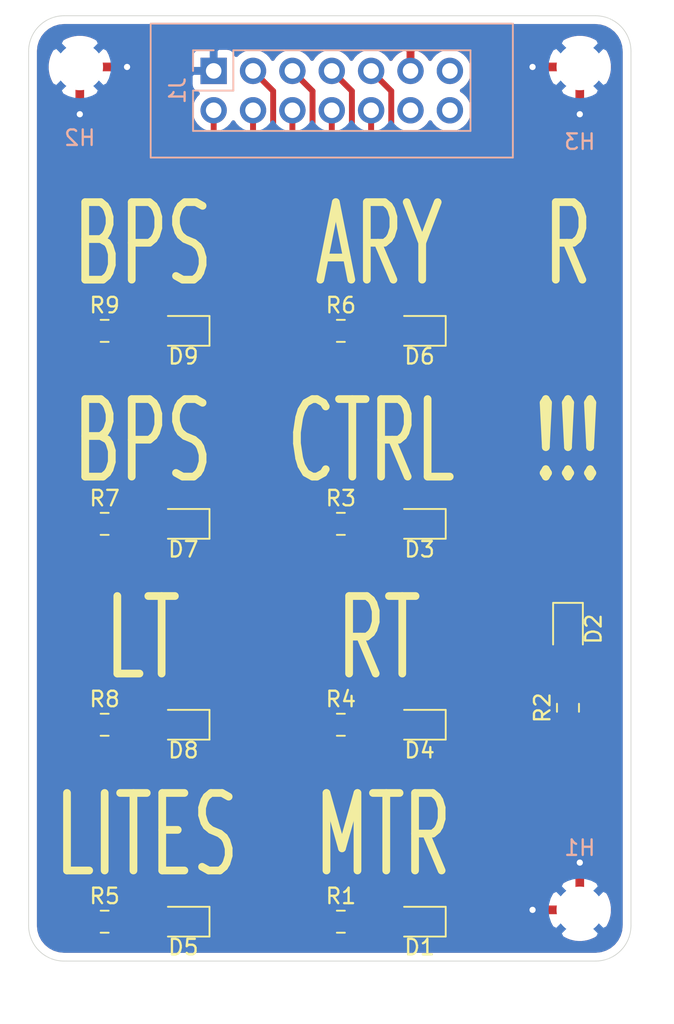
<source format=kicad_pcb>
(kicad_pcb (version 20171130) (host pcbnew 5.1.5+dfsg1-2build2)

  (general
    (thickness 1.6)
    (drawings 22)
    (tracks 53)
    (zones 0)
    (modules 22)
    (nets 21)
  )

  (page A4)
  (layers
    (0 F.Cu signal)
    (31 B.Cu signal)
    (32 B.Adhes user)
    (33 F.Adhes user)
    (34 B.Paste user)
    (35 F.Paste user)
    (36 B.SilkS user)
    (37 F.SilkS user)
    (38 B.Mask user)
    (39 F.Mask user)
    (40 Dwgs.User user)
    (41 Cmts.User user)
    (42 Eco1.User user)
    (43 Eco2.User user)
    (44 Edge.Cuts user)
    (45 Margin user)
    (46 B.CrtYd user)
    (47 F.CrtYd user)
    (48 B.Fab user)
    (49 F.Fab user)
  )

  (setup
    (last_trace_width 0.5588)
    (user_trace_width 0.381)
    (user_trace_width 0.5588)
    (user_trace_width 1)
    (user_trace_width 2)
    (trace_clearance 0.2)
    (zone_clearance 0.508)
    (zone_45_only no)
    (trace_min 0.2)
    (via_size 0.8)
    (via_drill 0.4)
    (via_min_size 0.4)
    (via_min_drill 0.3)
    (uvia_size 0.3)
    (uvia_drill 0.1)
    (uvias_allowed no)
    (uvia_min_size 0.2)
    (uvia_min_drill 0.1)
    (edge_width 0.05)
    (segment_width 0.2)
    (pcb_text_width 0.3)
    (pcb_text_size 1.5 1.5)
    (mod_edge_width 0.12)
    (mod_text_size 1 1)
    (mod_text_width 0.15)
    (pad_size 1.524 1.524)
    (pad_drill 0.762)
    (pad_to_mask_clearance 0.051)
    (solder_mask_min_width 0.25)
    (aux_axis_origin 0 0)
    (visible_elements FFFFFF7F)
    (pcbplotparams
      (layerselection 0x010fc_ffffffff)
      (usegerberextensions false)
      (usegerberattributes false)
      (usegerberadvancedattributes false)
      (creategerberjobfile false)
      (excludeedgelayer true)
      (linewidth 0.100000)
      (plotframeref false)
      (viasonmask false)
      (mode 1)
      (useauxorigin false)
      (hpglpennumber 1)
      (hpglpenspeed 20)
      (hpglpendiameter 15.000000)
      (psnegative false)
      (psa4output false)
      (plotreference true)
      (plotvalue true)
      (plotinvisibletext false)
      (padsonsilk false)
      (subtractmaskfromsilk false)
      (outputformat 1)
      (mirror false)
      (drillshape 1)
      (scaleselection 1)
      (outputdirectory ""))
  )

  (net 0 "")
  (net 1 "Net-(D1-Pad2)")
  (net 2 "Net-(D1-Pad1)")
  (net 3 "Net-(D2-Pad2)")
  (net 4 "Net-(D2-Pad1)")
  (net 5 "Net-(D3-Pad2)")
  (net 6 "Net-(D3-Pad1)")
  (net 7 "Net-(D4-Pad2)")
  (net 8 "Net-(D4-Pad1)")
  (net 9 "Net-(D5-Pad2)")
  (net 10 "Net-(D5-Pad1)")
  (net 11 "Net-(D6-Pad2)")
  (net 12 "Net-(D6-Pad1)")
  (net 13 "Net-(D7-Pad2)")
  (net 14 "Net-(D7-Pad1)")
  (net 15 "Net-(D8-Pad2)")
  (net 16 "Net-(D8-Pad1)")
  (net 17 "Net-(D9-Pad2)")
  (net 18 "Net-(D9-Pad1)")
  (net 19 +3V3)
  (net 20 GND)

  (net_class Default "This is the default net class."
    (clearance 0.2)
    (trace_width 0.25)
    (via_dia 0.8)
    (via_drill 0.4)
    (uvia_dia 0.3)
    (uvia_drill 0.1)
    (add_net +3V3)
    (add_net GND)
    (add_net "Net-(D1-Pad1)")
    (add_net "Net-(D1-Pad2)")
    (add_net "Net-(D2-Pad1)")
    (add_net "Net-(D2-Pad2)")
    (add_net "Net-(D3-Pad1)")
    (add_net "Net-(D3-Pad2)")
    (add_net "Net-(D4-Pad1)")
    (add_net "Net-(D4-Pad2)")
    (add_net "Net-(D5-Pad1)")
    (add_net "Net-(D5-Pad2)")
    (add_net "Net-(D6-Pad1)")
    (add_net "Net-(D6-Pad2)")
    (add_net "Net-(D7-Pad1)")
    (add_net "Net-(D7-Pad2)")
    (add_net "Net-(D8-Pad1)")
    (add_net "Net-(D8-Pad2)")
    (add_net "Net-(D9-Pad1)")
    (add_net "Net-(D9-Pad2)")
  )

  (module Connector_PinHeader_2.54mm:PinHeader_2x07_P2.54mm_Vertical (layer B.Cu) (tedit 59FED5CC) (tstamp 5EBB44CA)
    (at 138.43 66.294 270)
    (descr "Through hole straight pin header, 2x07, 2.54mm pitch, double rows")
    (tags "Through hole pin header THT 2x07 2.54mm double row")
    (path /606908C9)
    (fp_text reference J1 (at 1.27 2.33 90) (layer B.SilkS)
      (effects (font (size 1 1) (thickness 0.15)) (justify mirror))
    )
    (fp_text value Conn_01x11 (at 1.27 -17.57 90) (layer B.Fab)
      (effects (font (size 1 1) (thickness 0.15)) (justify mirror))
    )
    (fp_text user %R (at 1.27 -7.62 180) (layer B.Fab)
      (effects (font (size 1 1) (thickness 0.15)) (justify mirror))
    )
    (fp_line (start 4.35 1.8) (end -1.8 1.8) (layer B.CrtYd) (width 0.05))
    (fp_line (start 4.35 -17.05) (end 4.35 1.8) (layer B.CrtYd) (width 0.05))
    (fp_line (start -1.8 -17.05) (end 4.35 -17.05) (layer B.CrtYd) (width 0.05))
    (fp_line (start -1.8 1.8) (end -1.8 -17.05) (layer B.CrtYd) (width 0.05))
    (fp_line (start -1.33 1.33) (end 0 1.33) (layer B.SilkS) (width 0.12))
    (fp_line (start -1.33 0) (end -1.33 1.33) (layer B.SilkS) (width 0.12))
    (fp_line (start 1.27 1.33) (end 3.87 1.33) (layer B.SilkS) (width 0.12))
    (fp_line (start 1.27 -1.27) (end 1.27 1.33) (layer B.SilkS) (width 0.12))
    (fp_line (start -1.33 -1.27) (end 1.27 -1.27) (layer B.SilkS) (width 0.12))
    (fp_line (start 3.87 1.33) (end 3.87 -16.57) (layer B.SilkS) (width 0.12))
    (fp_line (start -1.33 -1.27) (end -1.33 -16.57) (layer B.SilkS) (width 0.12))
    (fp_line (start -1.33 -16.57) (end 3.87 -16.57) (layer B.SilkS) (width 0.12))
    (fp_line (start -1.27 0) (end 0 1.27) (layer B.Fab) (width 0.1))
    (fp_line (start -1.27 -16.51) (end -1.27 0) (layer B.Fab) (width 0.1))
    (fp_line (start 3.81 -16.51) (end -1.27 -16.51) (layer B.Fab) (width 0.1))
    (fp_line (start 3.81 1.27) (end 3.81 -16.51) (layer B.Fab) (width 0.1))
    (fp_line (start 0 1.27) (end 3.81 1.27) (layer B.Fab) (width 0.1))
    (pad 14 thru_hole oval (at 2.54 -15.24 270) (size 1.7 1.7) (drill 1) (layers *.Cu *.Mask))
    (pad 13 thru_hole oval (at 0 -15.24 270) (size 1.7 1.7) (drill 1) (layers *.Cu *.Mask))
    (pad 12 thru_hole oval (at 2.54 -12.7 270) (size 1.7 1.7) (drill 1) (layers *.Cu *.Mask))
    (pad 11 thru_hole oval (at 0 -12.7 270) (size 1.7 1.7) (drill 1) (layers *.Cu *.Mask)
      (net 19 +3V3))
    (pad 10 thru_hole oval (at 2.54 -10.16 270) (size 1.7 1.7) (drill 1) (layers *.Cu *.Mask)
      (net 2 "Net-(D1-Pad1)"))
    (pad 9 thru_hole oval (at 0 -10.16 270) (size 1.7 1.7) (drill 1) (layers *.Cu *.Mask)
      (net 4 "Net-(D2-Pad1)"))
    (pad 8 thru_hole oval (at 2.54 -7.62 270) (size 1.7 1.7) (drill 1) (layers *.Cu *.Mask)
      (net 6 "Net-(D3-Pad1)"))
    (pad 7 thru_hole oval (at 0 -7.62 270) (size 1.7 1.7) (drill 1) (layers *.Cu *.Mask)
      (net 8 "Net-(D4-Pad1)"))
    (pad 6 thru_hole oval (at 2.54 -5.08 270) (size 1.7 1.7) (drill 1) (layers *.Cu *.Mask)
      (net 10 "Net-(D5-Pad1)"))
    (pad 5 thru_hole oval (at 0 -5.08 270) (size 1.7 1.7) (drill 1) (layers *.Cu *.Mask)
      (net 12 "Net-(D6-Pad1)"))
    (pad 4 thru_hole oval (at 2.54 -2.54 270) (size 1.7 1.7) (drill 1) (layers *.Cu *.Mask)
      (net 14 "Net-(D7-Pad1)"))
    (pad 3 thru_hole oval (at 0 -2.54 270) (size 1.7 1.7) (drill 1) (layers *.Cu *.Mask)
      (net 16 "Net-(D8-Pad1)"))
    (pad 2 thru_hole oval (at 2.54 0 270) (size 1.7 1.7) (drill 1) (layers *.Cu *.Mask)
      (net 18 "Net-(D9-Pad1)"))
    (pad 1 thru_hole rect (at 0 0 270) (size 1.7 1.7) (drill 1) (layers *.Cu *.Mask)
      (net 20 GND))
    (model ${KISYS3DMOD}/Connector_PinHeader_2.54mm.3dshapes/PinHeader_2x07_P2.54mm_Vertical.wrl
      (at (xyz 0 0 0))
      (scale (xyz 1 1 1))
      (rotate (xyz 0 0 0))
    )
  )

  (module MountingHole:MountingHole_3mm (layer F.Cu) (tedit 56D1B4CB) (tstamp 5EBB8542)
    (at 162.052 66.04)
    (descr "Mounting Hole 3mm, no annular")
    (tags "mounting hole 3mm no annular")
    (path /606F547A)
    (attr virtual)
    (fp_text reference H3 (at 0 4.826) (layer B.SilkS)
      (effects (font (size 1 1) (thickness 0.15)) (justify mirror))
    )
    (fp_text value MountingHole (at 0 4) (layer F.Fab)
      (effects (font (size 1 1) (thickness 0.15)))
    )
    (fp_circle (center 0 0) (end 3.25 0) (layer F.CrtYd) (width 0.05))
    (fp_circle (center 0 0) (end 3 0) (layer Cmts.User) (width 0.15))
    (fp_text user %R (at 0.3 0) (layer F.Fab)
      (effects (font (size 1 1) (thickness 0.15)))
    )
    (pad 1 np_thru_hole circle (at 0 0) (size 3 3) (drill 3) (layers *.Cu *.Mask)
      (net 20 GND))
  )

  (module MountingHole:MountingHole_3mm (layer F.Cu) (tedit 56D1B4CB) (tstamp 5EBB9898)
    (at 129.794 66.04)
    (descr "Mounting Hole 3mm, no annular")
    (tags "mounting hole 3mm no annular")
    (path /606F581D)
    (attr virtual)
    (fp_text reference H2 (at 0 4.572) (layer B.SilkS)
      (effects (font (size 1 1) (thickness 0.15)) (justify mirror))
    )
    (fp_text value MountingHole (at 0 4) (layer F.Fab)
      (effects (font (size 1 1) (thickness 0.15)))
    )
    (fp_circle (center 0 0) (end 3.25 0) (layer F.CrtYd) (width 0.05))
    (fp_circle (center 0 0) (end 3 0) (layer Cmts.User) (width 0.15))
    (fp_text user %R (at 0.3 0) (layer F.Fab)
      (effects (font (size 1 1) (thickness 0.15)))
    )
    (pad 1 np_thru_hole circle (at 0 0) (size 3 3) (drill 3) (layers *.Cu *.Mask)
      (net 20 GND))
  )

  (module MountingHole:MountingHole_3mm (layer F.Cu) (tedit 56D1B4CB) (tstamp 5EBB84FC)
    (at 162.052 120.396)
    (descr "Mounting Hole 3mm, no annular")
    (tags "mounting hole 3mm no annular")
    (path /606F514F)
    (attr virtual)
    (fp_text reference H1 (at 0 -4) (layer B.SilkS)
      (effects (font (size 1 1) (thickness 0.15)) (justify mirror))
    )
    (fp_text value MountingHole (at 0 4) (layer F.Fab)
      (effects (font (size 1 1) (thickness 0.15)))
    )
    (fp_circle (center 0 0) (end 3.25 0) (layer F.CrtYd) (width 0.05))
    (fp_circle (center 0 0) (end 3 0) (layer Cmts.User) (width 0.15))
    (fp_text user %R (at 0.3 0) (layer F.Fab)
      (effects (font (size 1 1) (thickness 0.15)))
    )
    (pad 1 np_thru_hole circle (at 0 0) (size 3 3) (drill 3) (layers *.Cu *.Mask)
      (net 20 GND))
  )

  (module Resistor_SMD:R_0805_2012Metric (layer F.Cu) (tedit 5B36C52B) (tstamp 5EBB76DE)
    (at 131.3965 95.504)
    (descr "Resistor SMD 0805 (2012 Metric), square (rectangular) end terminal, IPC_7351 nominal, (Body size source: https://docs.google.com/spreadsheets/d/1BsfQQcO9C6DZCsRaXUlFlo91Tg2WpOkGARC1WS5S8t0/edit?usp=sharing), generated with kicad-footprint-generator")
    (tags resistor)
    (path /606A26AE)
    (attr smd)
    (fp_text reference R7 (at 0 -1.65) (layer F.SilkS)
      (effects (font (size 1 1) (thickness 0.15)))
    )
    (fp_text value 330k (at 0 1.65) (layer F.Fab)
      (effects (font (size 1 1) (thickness 0.15)))
    )
    (fp_text user %R (at 0 0) (layer F.Fab)
      (effects (font (size 0.5 0.5) (thickness 0.08)))
    )
    (fp_line (start 1.68 0.95) (end -1.68 0.95) (layer F.CrtYd) (width 0.05))
    (fp_line (start 1.68 -0.95) (end 1.68 0.95) (layer F.CrtYd) (width 0.05))
    (fp_line (start -1.68 -0.95) (end 1.68 -0.95) (layer F.CrtYd) (width 0.05))
    (fp_line (start -1.68 0.95) (end -1.68 -0.95) (layer F.CrtYd) (width 0.05))
    (fp_line (start -0.258578 0.71) (end 0.258578 0.71) (layer F.SilkS) (width 0.12))
    (fp_line (start -0.258578 -0.71) (end 0.258578 -0.71) (layer F.SilkS) (width 0.12))
    (fp_line (start 1 0.6) (end -1 0.6) (layer F.Fab) (width 0.1))
    (fp_line (start 1 -0.6) (end 1 0.6) (layer F.Fab) (width 0.1))
    (fp_line (start -1 -0.6) (end 1 -0.6) (layer F.Fab) (width 0.1))
    (fp_line (start -1 0.6) (end -1 -0.6) (layer F.Fab) (width 0.1))
    (pad 2 smd roundrect (at 0.9375 0) (size 0.975 1.4) (layers F.Cu F.Paste F.Mask) (roundrect_rratio 0.25)
      (net 13 "Net-(D7-Pad2)"))
    (pad 1 smd roundrect (at -0.9375 0) (size 0.975 1.4) (layers F.Cu F.Paste F.Mask) (roundrect_rratio 0.25)
      (net 19 +3V3))
    (model ${KISYS3DMOD}/Resistor_SMD.3dshapes/R_0805_2012Metric.wrl
      (at (xyz 0 0 0))
      (scale (xyz 1 1 1))
      (rotate (xyz 0 0 0))
    )
  )

  (module LED_SMD:LED_0805_2012Metric (layer F.Cu) (tedit 5B36C52C) (tstamp 5EBB7581)
    (at 136.4765 95.504 180)
    (descr "LED SMD 0805 (2012 Metric), square (rectangular) end terminal, IPC_7351 nominal, (Body size source: https://docs.google.com/spreadsheets/d/1BsfQQcO9C6DZCsRaXUlFlo91Tg2WpOkGARC1WS5S8t0/edit?usp=sharing), generated with kicad-footprint-generator")
    (tags diode)
    (path /606A26A8)
    (attr smd)
    (fp_text reference D7 (at 0 -1.65) (layer F.SilkS)
      (effects (font (size 1 1) (thickness 0.15)))
    )
    (fp_text value LED (at 0 1.65) (layer F.Fab)
      (effects (font (size 1 1) (thickness 0.15)))
    )
    (fp_text user %R (at 0 0) (layer F.Fab)
      (effects (font (size 0.5 0.5) (thickness 0.08)))
    )
    (fp_line (start 1.68 0.95) (end -1.68 0.95) (layer F.CrtYd) (width 0.05))
    (fp_line (start 1.68 -0.95) (end 1.68 0.95) (layer F.CrtYd) (width 0.05))
    (fp_line (start -1.68 -0.95) (end 1.68 -0.95) (layer F.CrtYd) (width 0.05))
    (fp_line (start -1.68 0.95) (end -1.68 -0.95) (layer F.CrtYd) (width 0.05))
    (fp_line (start -1.685 0.96) (end 1 0.96) (layer F.SilkS) (width 0.12))
    (fp_line (start -1.685 -0.96) (end -1.685 0.96) (layer F.SilkS) (width 0.12))
    (fp_line (start 1 -0.96) (end -1.685 -0.96) (layer F.SilkS) (width 0.12))
    (fp_line (start 1 0.6) (end 1 -0.6) (layer F.Fab) (width 0.1))
    (fp_line (start -1 0.6) (end 1 0.6) (layer F.Fab) (width 0.1))
    (fp_line (start -1 -0.3) (end -1 0.6) (layer F.Fab) (width 0.1))
    (fp_line (start -0.7 -0.6) (end -1 -0.3) (layer F.Fab) (width 0.1))
    (fp_line (start 1 -0.6) (end -0.7 -0.6) (layer F.Fab) (width 0.1))
    (pad 2 smd roundrect (at 0.9375 0 180) (size 0.975 1.4) (layers F.Cu F.Paste F.Mask) (roundrect_rratio 0.25)
      (net 13 "Net-(D7-Pad2)"))
    (pad 1 smd roundrect (at -0.9375 0 180) (size 0.975 1.4) (layers F.Cu F.Paste F.Mask) (roundrect_rratio 0.25)
      (net 14 "Net-(D7-Pad1)"))
    (model ${KISYS3DMOD}/LED_SMD.3dshapes/LED_0805_2012Metric.wrl
      (at (xyz 0 0 0))
      (scale (xyz 1 1 1))
      (rotate (xyz 0 0 0))
    )
  )

  (module Resistor_SMD:R_0805_2012Metric (layer F.Cu) (tedit 5B36C52B) (tstamp 5EBB4563)
    (at 131.3965 83.058)
    (descr "Resistor SMD 0805 (2012 Metric), square (rectangular) end terminal, IPC_7351 nominal, (Body size source: https://docs.google.com/spreadsheets/d/1BsfQQcO9C6DZCsRaXUlFlo91Tg2WpOkGARC1WS5S8t0/edit?usp=sharing), generated with kicad-footprint-generator")
    (tags resistor)
    (path /606A6A21)
    (attr smd)
    (fp_text reference R9 (at 0 -1.65) (layer F.SilkS)
      (effects (font (size 1 1) (thickness 0.15)))
    )
    (fp_text value 330k (at 0 1.65) (layer F.Fab)
      (effects (font (size 1 1) (thickness 0.15)))
    )
    (fp_text user %R (at 0 0) (layer F.Fab)
      (effects (font (size 0.5 0.5) (thickness 0.08)))
    )
    (fp_line (start 1.68 0.95) (end -1.68 0.95) (layer F.CrtYd) (width 0.05))
    (fp_line (start 1.68 -0.95) (end 1.68 0.95) (layer F.CrtYd) (width 0.05))
    (fp_line (start -1.68 -0.95) (end 1.68 -0.95) (layer F.CrtYd) (width 0.05))
    (fp_line (start -1.68 0.95) (end -1.68 -0.95) (layer F.CrtYd) (width 0.05))
    (fp_line (start -0.258578 0.71) (end 0.258578 0.71) (layer F.SilkS) (width 0.12))
    (fp_line (start -0.258578 -0.71) (end 0.258578 -0.71) (layer F.SilkS) (width 0.12))
    (fp_line (start 1 0.6) (end -1 0.6) (layer F.Fab) (width 0.1))
    (fp_line (start 1 -0.6) (end 1 0.6) (layer F.Fab) (width 0.1))
    (fp_line (start -1 -0.6) (end 1 -0.6) (layer F.Fab) (width 0.1))
    (fp_line (start -1 0.6) (end -1 -0.6) (layer F.Fab) (width 0.1))
    (pad 2 smd roundrect (at 0.9375 0) (size 0.975 1.4) (layers F.Cu F.Paste F.Mask) (roundrect_rratio 0.25)
      (net 17 "Net-(D9-Pad2)"))
    (pad 1 smd roundrect (at -0.9375 0) (size 0.975 1.4) (layers F.Cu F.Paste F.Mask) (roundrect_rratio 0.25)
      (net 19 +3V3))
    (model ${KISYS3DMOD}/Resistor_SMD.3dshapes/R_0805_2012Metric.wrl
      (at (xyz 0 0 0))
      (scale (xyz 1 1 1))
      (rotate (xyz 0 0 0))
    )
  )

  (module Resistor_SMD:R_0805_2012Metric (layer F.Cu) (tedit 5B36C52B) (tstamp 5EBB4552)
    (at 131.396499 108.458)
    (descr "Resistor SMD 0805 (2012 Metric), square (rectangular) end terminal, IPC_7351 nominal, (Body size source: https://docs.google.com/spreadsheets/d/1BsfQQcO9C6DZCsRaXUlFlo91Tg2WpOkGARC1WS5S8t0/edit?usp=sharing), generated with kicad-footprint-generator")
    (tags resistor)
    (path /606A3ECD)
    (attr smd)
    (fp_text reference R8 (at 0 -1.65) (layer F.SilkS)
      (effects (font (size 1 1) (thickness 0.15)))
    )
    (fp_text value 330k (at 0 1.65) (layer F.Fab)
      (effects (font (size 1 1) (thickness 0.15)))
    )
    (fp_text user %R (at 0 0) (layer F.Fab)
      (effects (font (size 0.5 0.5) (thickness 0.08)))
    )
    (fp_line (start 1.68 0.95) (end -1.68 0.95) (layer F.CrtYd) (width 0.05))
    (fp_line (start 1.68 -0.95) (end 1.68 0.95) (layer F.CrtYd) (width 0.05))
    (fp_line (start -1.68 -0.95) (end 1.68 -0.95) (layer F.CrtYd) (width 0.05))
    (fp_line (start -1.68 0.95) (end -1.68 -0.95) (layer F.CrtYd) (width 0.05))
    (fp_line (start -0.258578 0.71) (end 0.258578 0.71) (layer F.SilkS) (width 0.12))
    (fp_line (start -0.258578 -0.71) (end 0.258578 -0.71) (layer F.SilkS) (width 0.12))
    (fp_line (start 1 0.6) (end -1 0.6) (layer F.Fab) (width 0.1))
    (fp_line (start 1 -0.6) (end 1 0.6) (layer F.Fab) (width 0.1))
    (fp_line (start -1 -0.6) (end 1 -0.6) (layer F.Fab) (width 0.1))
    (fp_line (start -1 0.6) (end -1 -0.6) (layer F.Fab) (width 0.1))
    (pad 2 smd roundrect (at 0.9375 0) (size 0.975 1.4) (layers F.Cu F.Paste F.Mask) (roundrect_rratio 0.25)
      (net 15 "Net-(D8-Pad2)"))
    (pad 1 smd roundrect (at -0.9375 0) (size 0.975 1.4) (layers F.Cu F.Paste F.Mask) (roundrect_rratio 0.25)
      (net 19 +3V3))
    (model ${KISYS3DMOD}/Resistor_SMD.3dshapes/R_0805_2012Metric.wrl
      (at (xyz 0 0 0))
      (scale (xyz 1 1 1))
      (rotate (xyz 0 0 0))
    )
  )

  (module Resistor_SMD:R_0805_2012Metric (layer F.Cu) (tedit 5B36C52B) (tstamp 5EBB7A83)
    (at 146.636499 83.058)
    (descr "Resistor SMD 0805 (2012 Metric), square (rectangular) end terminal, IPC_7351 nominal, (Body size source: https://docs.google.com/spreadsheets/d/1BsfQQcO9C6DZCsRaXUlFlo91Tg2WpOkGARC1WS5S8t0/edit?usp=sharing), generated with kicad-footprint-generator")
    (tags resistor)
    (path /606A134C)
    (attr smd)
    (fp_text reference R6 (at 0 -1.65) (layer F.SilkS)
      (effects (font (size 1 1) (thickness 0.15)))
    )
    (fp_text value 330k (at 0 1.65) (layer F.Fab)
      (effects (font (size 1 1) (thickness 0.15)))
    )
    (fp_text user %R (at 0 0) (layer F.Fab)
      (effects (font (size 0.5 0.5) (thickness 0.08)))
    )
    (fp_line (start 1.68 0.95) (end -1.68 0.95) (layer F.CrtYd) (width 0.05))
    (fp_line (start 1.68 -0.95) (end 1.68 0.95) (layer F.CrtYd) (width 0.05))
    (fp_line (start -1.68 -0.95) (end 1.68 -0.95) (layer F.CrtYd) (width 0.05))
    (fp_line (start -1.68 0.95) (end -1.68 -0.95) (layer F.CrtYd) (width 0.05))
    (fp_line (start -0.258578 0.71) (end 0.258578 0.71) (layer F.SilkS) (width 0.12))
    (fp_line (start -0.258578 -0.71) (end 0.258578 -0.71) (layer F.SilkS) (width 0.12))
    (fp_line (start 1 0.6) (end -1 0.6) (layer F.Fab) (width 0.1))
    (fp_line (start 1 -0.6) (end 1 0.6) (layer F.Fab) (width 0.1))
    (fp_line (start -1 -0.6) (end 1 -0.6) (layer F.Fab) (width 0.1))
    (fp_line (start -1 0.6) (end -1 -0.6) (layer F.Fab) (width 0.1))
    (pad 2 smd roundrect (at 0.9375 0) (size 0.975 1.4) (layers F.Cu F.Paste F.Mask) (roundrect_rratio 0.25)
      (net 11 "Net-(D6-Pad2)"))
    (pad 1 smd roundrect (at -0.9375 0) (size 0.975 1.4) (layers F.Cu F.Paste F.Mask) (roundrect_rratio 0.25)
      (net 19 +3V3))
    (model ${KISYS3DMOD}/Resistor_SMD.3dshapes/R_0805_2012Metric.wrl
      (at (xyz 0 0 0))
      (scale (xyz 1 1 1))
      (rotate (xyz 0 0 0))
    )
  )

  (module Resistor_SMD:R_0805_2012Metric (layer F.Cu) (tedit 5B36C52B) (tstamp 5EBB9AEC)
    (at 131.3965 121.158)
    (descr "Resistor SMD 0805 (2012 Metric), square (rectangular) end terminal, IPC_7351 nominal, (Body size source: https://docs.google.com/spreadsheets/d/1BsfQQcO9C6DZCsRaXUlFlo91Tg2WpOkGARC1WS5S8t0/edit?usp=sharing), generated with kicad-footprint-generator")
    (tags resistor)
    (path /6069FA15)
    (attr smd)
    (fp_text reference R5 (at 0 -1.65) (layer F.SilkS)
      (effects (font (size 1 1) (thickness 0.15)))
    )
    (fp_text value 330k (at 0 1.65) (layer F.Fab)
      (effects (font (size 1 1) (thickness 0.15)))
    )
    (fp_text user %R (at 0 0) (layer F.Fab)
      (effects (font (size 0.5 0.5) (thickness 0.08)))
    )
    (fp_line (start 1.68 0.95) (end -1.68 0.95) (layer F.CrtYd) (width 0.05))
    (fp_line (start 1.68 -0.95) (end 1.68 0.95) (layer F.CrtYd) (width 0.05))
    (fp_line (start -1.68 -0.95) (end 1.68 -0.95) (layer F.CrtYd) (width 0.05))
    (fp_line (start -1.68 0.95) (end -1.68 -0.95) (layer F.CrtYd) (width 0.05))
    (fp_line (start -0.258578 0.71) (end 0.258578 0.71) (layer F.SilkS) (width 0.12))
    (fp_line (start -0.258578 -0.71) (end 0.258578 -0.71) (layer F.SilkS) (width 0.12))
    (fp_line (start 1 0.6) (end -1 0.6) (layer F.Fab) (width 0.1))
    (fp_line (start 1 -0.6) (end 1 0.6) (layer F.Fab) (width 0.1))
    (fp_line (start -1 -0.6) (end 1 -0.6) (layer F.Fab) (width 0.1))
    (fp_line (start -1 0.6) (end -1 -0.6) (layer F.Fab) (width 0.1))
    (pad 2 smd roundrect (at 0.9375 0) (size 0.975 1.4) (layers F.Cu F.Paste F.Mask) (roundrect_rratio 0.25)
      (net 9 "Net-(D5-Pad2)"))
    (pad 1 smd roundrect (at -0.9375 0) (size 0.975 1.4) (layers F.Cu F.Paste F.Mask) (roundrect_rratio 0.25)
      (net 19 +3V3))
    (model ${KISYS3DMOD}/Resistor_SMD.3dshapes/R_0805_2012Metric.wrl
      (at (xyz 0 0 0))
      (scale (xyz 1 1 1))
      (rotate (xyz 0 0 0))
    )
  )

  (module Resistor_SMD:R_0805_2012Metric (layer F.Cu) (tedit 5B36C52B) (tstamp 5EBB450E)
    (at 146.636499 108.458)
    (descr "Resistor SMD 0805 (2012 Metric), square (rectangular) end terminal, IPC_7351 nominal, (Body size source: https://docs.google.com/spreadsheets/d/1BsfQQcO9C6DZCsRaXUlFlo91Tg2WpOkGARC1WS5S8t0/edit?usp=sharing), generated with kicad-footprint-generator")
    (tags resistor)
    (path /6069EC51)
    (attr smd)
    (fp_text reference R4 (at 0 -1.65) (layer F.SilkS)
      (effects (font (size 1 1) (thickness 0.15)))
    )
    (fp_text value 330k (at 0 1.65) (layer F.Fab)
      (effects (font (size 1 1) (thickness 0.15)))
    )
    (fp_text user %R (at 0 0) (layer F.Fab)
      (effects (font (size 0.5 0.5) (thickness 0.08)))
    )
    (fp_line (start 1.68 0.95) (end -1.68 0.95) (layer F.CrtYd) (width 0.05))
    (fp_line (start 1.68 -0.95) (end 1.68 0.95) (layer F.CrtYd) (width 0.05))
    (fp_line (start -1.68 -0.95) (end 1.68 -0.95) (layer F.CrtYd) (width 0.05))
    (fp_line (start -1.68 0.95) (end -1.68 -0.95) (layer F.CrtYd) (width 0.05))
    (fp_line (start -0.258578 0.71) (end 0.258578 0.71) (layer F.SilkS) (width 0.12))
    (fp_line (start -0.258578 -0.71) (end 0.258578 -0.71) (layer F.SilkS) (width 0.12))
    (fp_line (start 1 0.6) (end -1 0.6) (layer F.Fab) (width 0.1))
    (fp_line (start 1 -0.6) (end 1 0.6) (layer F.Fab) (width 0.1))
    (fp_line (start -1 -0.6) (end 1 -0.6) (layer F.Fab) (width 0.1))
    (fp_line (start -1 0.6) (end -1 -0.6) (layer F.Fab) (width 0.1))
    (pad 2 smd roundrect (at 0.9375 0) (size 0.975 1.4) (layers F.Cu F.Paste F.Mask) (roundrect_rratio 0.25)
      (net 7 "Net-(D4-Pad2)"))
    (pad 1 smd roundrect (at -0.9375 0) (size 0.975 1.4) (layers F.Cu F.Paste F.Mask) (roundrect_rratio 0.25)
      (net 19 +3V3))
    (model ${KISYS3DMOD}/Resistor_SMD.3dshapes/R_0805_2012Metric.wrl
      (at (xyz 0 0 0))
      (scale (xyz 1 1 1))
      (rotate (xyz 0 0 0))
    )
  )

  (module Resistor_SMD:R_0805_2012Metric (layer F.Cu) (tedit 5B36C52B) (tstamp 5EBB44FD)
    (at 146.6365 95.504)
    (descr "Resistor SMD 0805 (2012 Metric), square (rectangular) end terminal, IPC_7351 nominal, (Body size source: https://docs.google.com/spreadsheets/d/1BsfQQcO9C6DZCsRaXUlFlo91Tg2WpOkGARC1WS5S8t0/edit?usp=sharing), generated with kicad-footprint-generator")
    (tags resistor)
    (path /6069DFC4)
    (attr smd)
    (fp_text reference R3 (at 0 -1.65) (layer F.SilkS)
      (effects (font (size 1 1) (thickness 0.15)))
    )
    (fp_text value 330k (at 0 1.65) (layer F.Fab)
      (effects (font (size 1 1) (thickness 0.15)))
    )
    (fp_text user %R (at 0 0) (layer F.Fab)
      (effects (font (size 0.5 0.5) (thickness 0.08)))
    )
    (fp_line (start 1.68 0.95) (end -1.68 0.95) (layer F.CrtYd) (width 0.05))
    (fp_line (start 1.68 -0.95) (end 1.68 0.95) (layer F.CrtYd) (width 0.05))
    (fp_line (start -1.68 -0.95) (end 1.68 -0.95) (layer F.CrtYd) (width 0.05))
    (fp_line (start -1.68 0.95) (end -1.68 -0.95) (layer F.CrtYd) (width 0.05))
    (fp_line (start -0.258578 0.71) (end 0.258578 0.71) (layer F.SilkS) (width 0.12))
    (fp_line (start -0.258578 -0.71) (end 0.258578 -0.71) (layer F.SilkS) (width 0.12))
    (fp_line (start 1 0.6) (end -1 0.6) (layer F.Fab) (width 0.1))
    (fp_line (start 1 -0.6) (end 1 0.6) (layer F.Fab) (width 0.1))
    (fp_line (start -1 -0.6) (end 1 -0.6) (layer F.Fab) (width 0.1))
    (fp_line (start -1 0.6) (end -1 -0.6) (layer F.Fab) (width 0.1))
    (pad 2 smd roundrect (at 0.9375 0) (size 0.975 1.4) (layers F.Cu F.Paste F.Mask) (roundrect_rratio 0.25)
      (net 5 "Net-(D3-Pad2)"))
    (pad 1 smd roundrect (at -0.9375 0) (size 0.975 1.4) (layers F.Cu F.Paste F.Mask) (roundrect_rratio 0.25)
      (net 19 +3V3))
    (model ${KISYS3DMOD}/Resistor_SMD.3dshapes/R_0805_2012Metric.wrl
      (at (xyz 0 0 0))
      (scale (xyz 1 1 1))
      (rotate (xyz 0 0 0))
    )
  )

  (module Resistor_SMD:R_0805_2012Metric (layer F.Cu) (tedit 5B36C52B) (tstamp 5EBB44EC)
    (at 161.29 107.3635 90)
    (descr "Resistor SMD 0805 (2012 Metric), square (rectangular) end terminal, IPC_7351 nominal, (Body size source: https://docs.google.com/spreadsheets/d/1BsfQQcO9C6DZCsRaXUlFlo91Tg2WpOkGARC1WS5S8t0/edit?usp=sharing), generated with kicad-footprint-generator")
    (tags resistor)
    (path /6069D274)
    (attr smd)
    (fp_text reference R2 (at 0 -1.65 90) (layer F.SilkS)
      (effects (font (size 1 1) (thickness 0.15)))
    )
    (fp_text value 330k (at 0 1.65 90) (layer F.Fab)
      (effects (font (size 1 1) (thickness 0.15)))
    )
    (fp_text user %R (at 0 0 90) (layer F.Fab)
      (effects (font (size 0.5 0.5) (thickness 0.08)))
    )
    (fp_line (start 1.68 0.95) (end -1.68 0.95) (layer F.CrtYd) (width 0.05))
    (fp_line (start 1.68 -0.95) (end 1.68 0.95) (layer F.CrtYd) (width 0.05))
    (fp_line (start -1.68 -0.95) (end 1.68 -0.95) (layer F.CrtYd) (width 0.05))
    (fp_line (start -1.68 0.95) (end -1.68 -0.95) (layer F.CrtYd) (width 0.05))
    (fp_line (start -0.258578 0.71) (end 0.258578 0.71) (layer F.SilkS) (width 0.12))
    (fp_line (start -0.258578 -0.71) (end 0.258578 -0.71) (layer F.SilkS) (width 0.12))
    (fp_line (start 1 0.6) (end -1 0.6) (layer F.Fab) (width 0.1))
    (fp_line (start 1 -0.6) (end 1 0.6) (layer F.Fab) (width 0.1))
    (fp_line (start -1 -0.6) (end 1 -0.6) (layer F.Fab) (width 0.1))
    (fp_line (start -1 0.6) (end -1 -0.6) (layer F.Fab) (width 0.1))
    (pad 2 smd roundrect (at 0.9375 0 90) (size 0.975 1.4) (layers F.Cu F.Paste F.Mask) (roundrect_rratio 0.25)
      (net 3 "Net-(D2-Pad2)"))
    (pad 1 smd roundrect (at -0.9375 0 90) (size 0.975 1.4) (layers F.Cu F.Paste F.Mask) (roundrect_rratio 0.25)
      (net 19 +3V3))
    (model ${KISYS3DMOD}/Resistor_SMD.3dshapes/R_0805_2012Metric.wrl
      (at (xyz 0 0 0))
      (scale (xyz 1 1 1))
      (rotate (xyz 0 0 0))
    )
  )

  (module Resistor_SMD:R_0805_2012Metric (layer F.Cu) (tedit 5B36C52B) (tstamp 5EBB684C)
    (at 146.6365 121.158)
    (descr "Resistor SMD 0805 (2012 Metric), square (rectangular) end terminal, IPC_7351 nominal, (Body size source: https://docs.google.com/spreadsheets/d/1BsfQQcO9C6DZCsRaXUlFlo91Tg2WpOkGARC1WS5S8t0/edit?usp=sharing), generated with kicad-footprint-generator")
    (tags resistor)
    (path /6069787A)
    (attr smd)
    (fp_text reference R1 (at 0 -1.65) (layer F.SilkS)
      (effects (font (size 1 1) (thickness 0.15)))
    )
    (fp_text value 330k (at 0 1.65) (layer F.Fab)
      (effects (font (size 1 1) (thickness 0.15)))
    )
    (fp_text user %R (at 0 0) (layer F.Fab)
      (effects (font (size 0.5 0.5) (thickness 0.08)))
    )
    (fp_line (start 1.68 0.95) (end -1.68 0.95) (layer F.CrtYd) (width 0.05))
    (fp_line (start 1.68 -0.95) (end 1.68 0.95) (layer F.CrtYd) (width 0.05))
    (fp_line (start -1.68 -0.95) (end 1.68 -0.95) (layer F.CrtYd) (width 0.05))
    (fp_line (start -1.68 0.95) (end -1.68 -0.95) (layer F.CrtYd) (width 0.05))
    (fp_line (start -0.258578 0.71) (end 0.258578 0.71) (layer F.SilkS) (width 0.12))
    (fp_line (start -0.258578 -0.71) (end 0.258578 -0.71) (layer F.SilkS) (width 0.12))
    (fp_line (start 1 0.6) (end -1 0.6) (layer F.Fab) (width 0.1))
    (fp_line (start 1 -0.6) (end 1 0.6) (layer F.Fab) (width 0.1))
    (fp_line (start -1 -0.6) (end 1 -0.6) (layer F.Fab) (width 0.1))
    (fp_line (start -1 0.6) (end -1 -0.6) (layer F.Fab) (width 0.1))
    (pad 2 smd roundrect (at 0.9375 0) (size 0.975 1.4) (layers F.Cu F.Paste F.Mask) (roundrect_rratio 0.25)
      (net 1 "Net-(D1-Pad2)"))
    (pad 1 smd roundrect (at -0.9375 0) (size 0.975 1.4) (layers F.Cu F.Paste F.Mask) (roundrect_rratio 0.25)
      (net 19 +3V3))
    (model ${KISYS3DMOD}/Resistor_SMD.3dshapes/R_0805_2012Metric.wrl
      (at (xyz 0 0 0))
      (scale (xyz 1 1 1))
      (rotate (xyz 0 0 0))
    )
  )

  (module LED_SMD:LED_0805_2012Metric (layer F.Cu) (tedit 5B36C52C) (tstamp 5EBB4422)
    (at 136.4765 83.058 180)
    (descr "LED SMD 0805 (2012 Metric), square (rectangular) end terminal, IPC_7351 nominal, (Body size source: https://docs.google.com/spreadsheets/d/1BsfQQcO9C6DZCsRaXUlFlo91Tg2WpOkGARC1WS5S8t0/edit?usp=sharing), generated with kicad-footprint-generator")
    (tags diode)
    (path /606A6A1B)
    (attr smd)
    (fp_text reference D9 (at 0 -1.65) (layer F.SilkS)
      (effects (font (size 1 1) (thickness 0.15)))
    )
    (fp_text value LED (at 0 1.65) (layer F.Fab)
      (effects (font (size 1 1) (thickness 0.15)))
    )
    (fp_text user %R (at 0 0) (layer F.Fab)
      (effects (font (size 0.5 0.5) (thickness 0.08)))
    )
    (fp_line (start 1.68 0.95) (end -1.68 0.95) (layer F.CrtYd) (width 0.05))
    (fp_line (start 1.68 -0.95) (end 1.68 0.95) (layer F.CrtYd) (width 0.05))
    (fp_line (start -1.68 -0.95) (end 1.68 -0.95) (layer F.CrtYd) (width 0.05))
    (fp_line (start -1.68 0.95) (end -1.68 -0.95) (layer F.CrtYd) (width 0.05))
    (fp_line (start -1.685 0.96) (end 1 0.96) (layer F.SilkS) (width 0.12))
    (fp_line (start -1.685 -0.96) (end -1.685 0.96) (layer F.SilkS) (width 0.12))
    (fp_line (start 1 -0.96) (end -1.685 -0.96) (layer F.SilkS) (width 0.12))
    (fp_line (start 1 0.6) (end 1 -0.6) (layer F.Fab) (width 0.1))
    (fp_line (start -1 0.6) (end 1 0.6) (layer F.Fab) (width 0.1))
    (fp_line (start -1 -0.3) (end -1 0.6) (layer F.Fab) (width 0.1))
    (fp_line (start -0.7 -0.6) (end -1 -0.3) (layer F.Fab) (width 0.1))
    (fp_line (start 1 -0.6) (end -0.7 -0.6) (layer F.Fab) (width 0.1))
    (pad 2 smd roundrect (at 0.9375 0 180) (size 0.975 1.4) (layers F.Cu F.Paste F.Mask) (roundrect_rratio 0.25)
      (net 17 "Net-(D9-Pad2)"))
    (pad 1 smd roundrect (at -0.9375 0 180) (size 0.975 1.4) (layers F.Cu F.Paste F.Mask) (roundrect_rratio 0.25)
      (net 18 "Net-(D9-Pad1)"))
    (model ${KISYS3DMOD}/LED_SMD.3dshapes/LED_0805_2012Metric.wrl
      (at (xyz 0 0 0))
      (scale (xyz 1 1 1))
      (rotate (xyz 0 0 0))
    )
  )

  (module LED_SMD:LED_0805_2012Metric (layer F.Cu) (tedit 5B36C52C) (tstamp 5EBB440F)
    (at 136.476499 108.458 180)
    (descr "LED SMD 0805 (2012 Metric), square (rectangular) end terminal, IPC_7351 nominal, (Body size source: https://docs.google.com/spreadsheets/d/1BsfQQcO9C6DZCsRaXUlFlo91Tg2WpOkGARC1WS5S8t0/edit?usp=sharing), generated with kicad-footprint-generator")
    (tags diode)
    (path /606A3EC7)
    (attr smd)
    (fp_text reference D8 (at 0 -1.65) (layer F.SilkS)
      (effects (font (size 1 1) (thickness 0.15)))
    )
    (fp_text value LED (at 0 1.65) (layer F.Fab)
      (effects (font (size 1 1) (thickness 0.15)))
    )
    (fp_text user %R (at 0 0) (layer F.Fab)
      (effects (font (size 0.5 0.5) (thickness 0.08)))
    )
    (fp_line (start 1.68 0.95) (end -1.68 0.95) (layer F.CrtYd) (width 0.05))
    (fp_line (start 1.68 -0.95) (end 1.68 0.95) (layer F.CrtYd) (width 0.05))
    (fp_line (start -1.68 -0.95) (end 1.68 -0.95) (layer F.CrtYd) (width 0.05))
    (fp_line (start -1.68 0.95) (end -1.68 -0.95) (layer F.CrtYd) (width 0.05))
    (fp_line (start -1.685 0.96) (end 1 0.96) (layer F.SilkS) (width 0.12))
    (fp_line (start -1.685 -0.96) (end -1.685 0.96) (layer F.SilkS) (width 0.12))
    (fp_line (start 1 -0.96) (end -1.685 -0.96) (layer F.SilkS) (width 0.12))
    (fp_line (start 1 0.6) (end 1 -0.6) (layer F.Fab) (width 0.1))
    (fp_line (start -1 0.6) (end 1 0.6) (layer F.Fab) (width 0.1))
    (fp_line (start -1 -0.3) (end -1 0.6) (layer F.Fab) (width 0.1))
    (fp_line (start -0.7 -0.6) (end -1 -0.3) (layer F.Fab) (width 0.1))
    (fp_line (start 1 -0.6) (end -0.7 -0.6) (layer F.Fab) (width 0.1))
    (pad 2 smd roundrect (at 0.9375 0 180) (size 0.975 1.4) (layers F.Cu F.Paste F.Mask) (roundrect_rratio 0.25)
      (net 15 "Net-(D8-Pad2)"))
    (pad 1 smd roundrect (at -0.9375 0 180) (size 0.975 1.4) (layers F.Cu F.Paste F.Mask) (roundrect_rratio 0.25)
      (net 16 "Net-(D8-Pad1)"))
    (model ${KISYS3DMOD}/LED_SMD.3dshapes/LED_0805_2012Metric.wrl
      (at (xyz 0 0 0))
      (scale (xyz 1 1 1))
      (rotate (xyz 0 0 0))
    )
  )

  (module LED_SMD:LED_0805_2012Metric (layer F.Cu) (tedit 5B36C52C) (tstamp 5EBB7BE9)
    (at 151.716499 83.058 180)
    (descr "LED SMD 0805 (2012 Metric), square (rectangular) end terminal, IPC_7351 nominal, (Body size source: https://docs.google.com/spreadsheets/d/1BsfQQcO9C6DZCsRaXUlFlo91Tg2WpOkGARC1WS5S8t0/edit?usp=sharing), generated with kicad-footprint-generator")
    (tags diode)
    (path /606A1346)
    (attr smd)
    (fp_text reference D6 (at 0 -1.65) (layer F.SilkS)
      (effects (font (size 1 1) (thickness 0.15)))
    )
    (fp_text value LED (at 0 1.65) (layer F.Fab)
      (effects (font (size 1 1) (thickness 0.15)))
    )
    (fp_text user %R (at 0 0) (layer F.Fab)
      (effects (font (size 0.5 0.5) (thickness 0.08)))
    )
    (fp_line (start 1.68 0.95) (end -1.68 0.95) (layer F.CrtYd) (width 0.05))
    (fp_line (start 1.68 -0.95) (end 1.68 0.95) (layer F.CrtYd) (width 0.05))
    (fp_line (start -1.68 -0.95) (end 1.68 -0.95) (layer F.CrtYd) (width 0.05))
    (fp_line (start -1.68 0.95) (end -1.68 -0.95) (layer F.CrtYd) (width 0.05))
    (fp_line (start -1.685 0.96) (end 1 0.96) (layer F.SilkS) (width 0.12))
    (fp_line (start -1.685 -0.96) (end -1.685 0.96) (layer F.SilkS) (width 0.12))
    (fp_line (start 1 -0.96) (end -1.685 -0.96) (layer F.SilkS) (width 0.12))
    (fp_line (start 1 0.6) (end 1 -0.6) (layer F.Fab) (width 0.1))
    (fp_line (start -1 0.6) (end 1 0.6) (layer F.Fab) (width 0.1))
    (fp_line (start -1 -0.3) (end -1 0.6) (layer F.Fab) (width 0.1))
    (fp_line (start -0.7 -0.6) (end -1 -0.3) (layer F.Fab) (width 0.1))
    (fp_line (start 1 -0.6) (end -0.7 -0.6) (layer F.Fab) (width 0.1))
    (pad 2 smd roundrect (at 0.9375 0 180) (size 0.975 1.4) (layers F.Cu F.Paste F.Mask) (roundrect_rratio 0.25)
      (net 11 "Net-(D6-Pad2)"))
    (pad 1 smd roundrect (at -0.9375 0 180) (size 0.975 1.4) (layers F.Cu F.Paste F.Mask) (roundrect_rratio 0.25)
      (net 12 "Net-(D6-Pad1)"))
    (model ${KISYS3DMOD}/LED_SMD.3dshapes/LED_0805_2012Metric.wrl
      (at (xyz 0 0 0))
      (scale (xyz 1 1 1))
      (rotate (xyz 0 0 0))
    )
  )

  (module LED_SMD:LED_0805_2012Metric (layer F.Cu) (tedit 5B36C52C) (tstamp 5EBB9B1E)
    (at 136.4765 121.158 180)
    (descr "LED SMD 0805 (2012 Metric), square (rectangular) end terminal, IPC_7351 nominal, (Body size source: https://docs.google.com/spreadsheets/d/1BsfQQcO9C6DZCsRaXUlFlo91Tg2WpOkGARC1WS5S8t0/edit?usp=sharing), generated with kicad-footprint-generator")
    (tags diode)
    (path /6069FA0F)
    (attr smd)
    (fp_text reference D5 (at 0 -1.65) (layer F.SilkS)
      (effects (font (size 1 1) (thickness 0.15)))
    )
    (fp_text value LED (at 0 1.65) (layer F.Fab)
      (effects (font (size 1 1) (thickness 0.15)))
    )
    (fp_text user %R (at 0 0) (layer F.Fab)
      (effects (font (size 0.5 0.5) (thickness 0.08)))
    )
    (fp_line (start 1.68 0.95) (end -1.68 0.95) (layer F.CrtYd) (width 0.05))
    (fp_line (start 1.68 -0.95) (end 1.68 0.95) (layer F.CrtYd) (width 0.05))
    (fp_line (start -1.68 -0.95) (end 1.68 -0.95) (layer F.CrtYd) (width 0.05))
    (fp_line (start -1.68 0.95) (end -1.68 -0.95) (layer F.CrtYd) (width 0.05))
    (fp_line (start -1.685 0.96) (end 1 0.96) (layer F.SilkS) (width 0.12))
    (fp_line (start -1.685 -0.96) (end -1.685 0.96) (layer F.SilkS) (width 0.12))
    (fp_line (start 1 -0.96) (end -1.685 -0.96) (layer F.SilkS) (width 0.12))
    (fp_line (start 1 0.6) (end 1 -0.6) (layer F.Fab) (width 0.1))
    (fp_line (start -1 0.6) (end 1 0.6) (layer F.Fab) (width 0.1))
    (fp_line (start -1 -0.3) (end -1 0.6) (layer F.Fab) (width 0.1))
    (fp_line (start -0.7 -0.6) (end -1 -0.3) (layer F.Fab) (width 0.1))
    (fp_line (start 1 -0.6) (end -0.7 -0.6) (layer F.Fab) (width 0.1))
    (pad 2 smd roundrect (at 0.9375 0 180) (size 0.975 1.4) (layers F.Cu F.Paste F.Mask) (roundrect_rratio 0.25)
      (net 9 "Net-(D5-Pad2)"))
    (pad 1 smd roundrect (at -0.9375 0 180) (size 0.975 1.4) (layers F.Cu F.Paste F.Mask) (roundrect_rratio 0.25)
      (net 10 "Net-(D5-Pad1)"))
    (model ${KISYS3DMOD}/LED_SMD.3dshapes/LED_0805_2012Metric.wrl
      (at (xyz 0 0 0))
      (scale (xyz 1 1 1))
      (rotate (xyz 0 0 0))
    )
  )

  (module LED_SMD:LED_0805_2012Metric (layer F.Cu) (tedit 5B36C52C) (tstamp 5EBB43C3)
    (at 151.716499 108.458 180)
    (descr "LED SMD 0805 (2012 Metric), square (rectangular) end terminal, IPC_7351 nominal, (Body size source: https://docs.google.com/spreadsheets/d/1BsfQQcO9C6DZCsRaXUlFlo91Tg2WpOkGARC1WS5S8t0/edit?usp=sharing), generated with kicad-footprint-generator")
    (tags diode)
    (path /6069EC4B)
    (attr smd)
    (fp_text reference D4 (at 0 -1.65) (layer F.SilkS)
      (effects (font (size 1 1) (thickness 0.15)))
    )
    (fp_text value LED (at 0 1.65) (layer F.Fab)
      (effects (font (size 1 1) (thickness 0.15)))
    )
    (fp_text user %R (at 0 0) (layer F.Fab)
      (effects (font (size 0.5 0.5) (thickness 0.08)))
    )
    (fp_line (start 1.68 0.95) (end -1.68 0.95) (layer F.CrtYd) (width 0.05))
    (fp_line (start 1.68 -0.95) (end 1.68 0.95) (layer F.CrtYd) (width 0.05))
    (fp_line (start -1.68 -0.95) (end 1.68 -0.95) (layer F.CrtYd) (width 0.05))
    (fp_line (start -1.68 0.95) (end -1.68 -0.95) (layer F.CrtYd) (width 0.05))
    (fp_line (start -1.685 0.96) (end 1 0.96) (layer F.SilkS) (width 0.12))
    (fp_line (start -1.685 -0.96) (end -1.685 0.96) (layer F.SilkS) (width 0.12))
    (fp_line (start 1 -0.96) (end -1.685 -0.96) (layer F.SilkS) (width 0.12))
    (fp_line (start 1 0.6) (end 1 -0.6) (layer F.Fab) (width 0.1))
    (fp_line (start -1 0.6) (end 1 0.6) (layer F.Fab) (width 0.1))
    (fp_line (start -1 -0.3) (end -1 0.6) (layer F.Fab) (width 0.1))
    (fp_line (start -0.7 -0.6) (end -1 -0.3) (layer F.Fab) (width 0.1))
    (fp_line (start 1 -0.6) (end -0.7 -0.6) (layer F.Fab) (width 0.1))
    (pad 2 smd roundrect (at 0.9375 0 180) (size 0.975 1.4) (layers F.Cu F.Paste F.Mask) (roundrect_rratio 0.25)
      (net 7 "Net-(D4-Pad2)"))
    (pad 1 smd roundrect (at -0.9375 0 180) (size 0.975 1.4) (layers F.Cu F.Paste F.Mask) (roundrect_rratio 0.25)
      (net 8 "Net-(D4-Pad1)"))
    (model ${KISYS3DMOD}/LED_SMD.3dshapes/LED_0805_2012Metric.wrl
      (at (xyz 0 0 0))
      (scale (xyz 1 1 1))
      (rotate (xyz 0 0 0))
    )
  )

  (module LED_SMD:LED_0805_2012Metric (layer F.Cu) (tedit 5B36C52C) (tstamp 5EBB43B0)
    (at 151.7165 95.504 180)
    (descr "LED SMD 0805 (2012 Metric), square (rectangular) end terminal, IPC_7351 nominal, (Body size source: https://docs.google.com/spreadsheets/d/1BsfQQcO9C6DZCsRaXUlFlo91Tg2WpOkGARC1WS5S8t0/edit?usp=sharing), generated with kicad-footprint-generator")
    (tags diode)
    (path /6069DFBE)
    (attr smd)
    (fp_text reference D3 (at 0 -1.65) (layer F.SilkS)
      (effects (font (size 1 1) (thickness 0.15)))
    )
    (fp_text value LED (at 0 1.65) (layer F.Fab)
      (effects (font (size 1 1) (thickness 0.15)))
    )
    (fp_text user %R (at 0 0) (layer F.Fab)
      (effects (font (size 0.5 0.5) (thickness 0.08)))
    )
    (fp_line (start 1.68 0.95) (end -1.68 0.95) (layer F.CrtYd) (width 0.05))
    (fp_line (start 1.68 -0.95) (end 1.68 0.95) (layer F.CrtYd) (width 0.05))
    (fp_line (start -1.68 -0.95) (end 1.68 -0.95) (layer F.CrtYd) (width 0.05))
    (fp_line (start -1.68 0.95) (end -1.68 -0.95) (layer F.CrtYd) (width 0.05))
    (fp_line (start -1.685 0.96) (end 1 0.96) (layer F.SilkS) (width 0.12))
    (fp_line (start -1.685 -0.96) (end -1.685 0.96) (layer F.SilkS) (width 0.12))
    (fp_line (start 1 -0.96) (end -1.685 -0.96) (layer F.SilkS) (width 0.12))
    (fp_line (start 1 0.6) (end 1 -0.6) (layer F.Fab) (width 0.1))
    (fp_line (start -1 0.6) (end 1 0.6) (layer F.Fab) (width 0.1))
    (fp_line (start -1 -0.3) (end -1 0.6) (layer F.Fab) (width 0.1))
    (fp_line (start -0.7 -0.6) (end -1 -0.3) (layer F.Fab) (width 0.1))
    (fp_line (start 1 -0.6) (end -0.7 -0.6) (layer F.Fab) (width 0.1))
    (pad 2 smd roundrect (at 0.9375 0 180) (size 0.975 1.4) (layers F.Cu F.Paste F.Mask) (roundrect_rratio 0.25)
      (net 5 "Net-(D3-Pad2)"))
    (pad 1 smd roundrect (at -0.9375 0 180) (size 0.975 1.4) (layers F.Cu F.Paste F.Mask) (roundrect_rratio 0.25)
      (net 6 "Net-(D3-Pad1)"))
    (model ${KISYS3DMOD}/LED_SMD.3dshapes/LED_0805_2012Metric.wrl
      (at (xyz 0 0 0))
      (scale (xyz 1 1 1))
      (rotate (xyz 0 0 0))
    )
  )

  (module LED_SMD:LED_0805_2012Metric (layer F.Cu) (tedit 5B36C52C) (tstamp 5EBB439D)
    (at 161.29 102.283501 270)
    (descr "LED SMD 0805 (2012 Metric), square (rectangular) end terminal, IPC_7351 nominal, (Body size source: https://docs.google.com/spreadsheets/d/1BsfQQcO9C6DZCsRaXUlFlo91Tg2WpOkGARC1WS5S8t0/edit?usp=sharing), generated with kicad-footprint-generator")
    (tags diode)
    (path /6069D26E)
    (attr smd)
    (fp_text reference D2 (at 0 -1.65 90) (layer F.SilkS)
      (effects (font (size 1 1) (thickness 0.15)))
    )
    (fp_text value LED (at 0 1.65 90) (layer F.Fab)
      (effects (font (size 1 1) (thickness 0.15)))
    )
    (fp_text user %R (at 0 0 90) (layer F.Fab)
      (effects (font (size 0.5 0.5) (thickness 0.08)))
    )
    (fp_line (start 1.68 0.95) (end -1.68 0.95) (layer F.CrtYd) (width 0.05))
    (fp_line (start 1.68 -0.95) (end 1.68 0.95) (layer F.CrtYd) (width 0.05))
    (fp_line (start -1.68 -0.95) (end 1.68 -0.95) (layer F.CrtYd) (width 0.05))
    (fp_line (start -1.68 0.95) (end -1.68 -0.95) (layer F.CrtYd) (width 0.05))
    (fp_line (start -1.685 0.96) (end 1 0.96) (layer F.SilkS) (width 0.12))
    (fp_line (start -1.685 -0.96) (end -1.685 0.96) (layer F.SilkS) (width 0.12))
    (fp_line (start 1 -0.96) (end -1.685 -0.96) (layer F.SilkS) (width 0.12))
    (fp_line (start 1 0.6) (end 1 -0.6) (layer F.Fab) (width 0.1))
    (fp_line (start -1 0.6) (end 1 0.6) (layer F.Fab) (width 0.1))
    (fp_line (start -1 -0.3) (end -1 0.6) (layer F.Fab) (width 0.1))
    (fp_line (start -0.7 -0.6) (end -1 -0.3) (layer F.Fab) (width 0.1))
    (fp_line (start 1 -0.6) (end -0.7 -0.6) (layer F.Fab) (width 0.1))
    (pad 2 smd roundrect (at 0.9375 0 270) (size 0.975 1.4) (layers F.Cu F.Paste F.Mask) (roundrect_rratio 0.25)
      (net 3 "Net-(D2-Pad2)"))
    (pad 1 smd roundrect (at -0.9375 0 270) (size 0.975 1.4) (layers F.Cu F.Paste F.Mask) (roundrect_rratio 0.25)
      (net 4 "Net-(D2-Pad1)"))
    (model ${KISYS3DMOD}/LED_SMD.3dshapes/LED_0805_2012Metric.wrl
      (at (xyz 0 0 0))
      (scale (xyz 1 1 1))
      (rotate (xyz 0 0 0))
    )
  )

  (module LED_SMD:LED_0805_2012Metric (layer F.Cu) (tedit 5B36C52C) (tstamp 5EBB438A)
    (at 151.7165 121.158 180)
    (descr "LED SMD 0805 (2012 Metric), square (rectangular) end terminal, IPC_7351 nominal, (Body size source: https://docs.google.com/spreadsheets/d/1BsfQQcO9C6DZCsRaXUlFlo91Tg2WpOkGARC1WS5S8t0/edit?usp=sharing), generated with kicad-footprint-generator")
    (tags diode)
    (path /606926BF)
    (attr smd)
    (fp_text reference D1 (at 0 -1.65) (layer F.SilkS)
      (effects (font (size 1 1) (thickness 0.15)))
    )
    (fp_text value LED (at 0 1.65) (layer F.Fab)
      (effects (font (size 1 1) (thickness 0.15)))
    )
    (fp_text user %R (at 0 0) (layer F.Fab)
      (effects (font (size 0.5 0.5) (thickness 0.08)))
    )
    (fp_line (start 1.68 0.95) (end -1.68 0.95) (layer F.CrtYd) (width 0.05))
    (fp_line (start 1.68 -0.95) (end 1.68 0.95) (layer F.CrtYd) (width 0.05))
    (fp_line (start -1.68 -0.95) (end 1.68 -0.95) (layer F.CrtYd) (width 0.05))
    (fp_line (start -1.68 0.95) (end -1.68 -0.95) (layer F.CrtYd) (width 0.05))
    (fp_line (start -1.685 0.96) (end 1 0.96) (layer F.SilkS) (width 0.12))
    (fp_line (start -1.685 -0.96) (end -1.685 0.96) (layer F.SilkS) (width 0.12))
    (fp_line (start 1 -0.96) (end -1.685 -0.96) (layer F.SilkS) (width 0.12))
    (fp_line (start 1 0.6) (end 1 -0.6) (layer F.Fab) (width 0.1))
    (fp_line (start -1 0.6) (end 1 0.6) (layer F.Fab) (width 0.1))
    (fp_line (start -1 -0.3) (end -1 0.6) (layer F.Fab) (width 0.1))
    (fp_line (start -0.7 -0.6) (end -1 -0.3) (layer F.Fab) (width 0.1))
    (fp_line (start 1 -0.6) (end -0.7 -0.6) (layer F.Fab) (width 0.1))
    (pad 2 smd roundrect (at 0.9375 0 180) (size 0.975 1.4) (layers F.Cu F.Paste F.Mask) (roundrect_rratio 0.25)
      (net 1 "Net-(D1-Pad2)"))
    (pad 1 smd roundrect (at -0.9375 0 180) (size 0.975 1.4) (layers F.Cu F.Paste F.Mask) (roundrect_rratio 0.25)
      (net 2 "Net-(D1-Pad1)"))
    (model ${KISYS3DMOD}/LED_SMD.3dshapes/LED_0805_2012Metric.wrl
      (at (xyz 0 0 0))
      (scale (xyz 1 1 1))
      (rotate (xyz 0 0 0))
    )
  )

  (gr_line (start 165.354 65.024) (end 165.354 121.412) (layer Edge.Cuts) (width 0.05) (tstamp 5EBB8E38))
  (gr_line (start 126.492 65.024) (end 126.492 121.412) (layer Edge.Cuts) (width 0.05) (tstamp 5EBB8E37))
  (gr_line (start 134.366 71.882) (end 134.366 63.246) (layer B.SilkS) (width 0.12) (tstamp 5EBB8C4D))
  (gr_line (start 157.734 71.882) (end 134.366 71.882) (layer B.SilkS) (width 0.12))
  (gr_line (start 157.734 63.246) (end 157.734 71.882) (layer B.SilkS) (width 0.12))
  (gr_line (start 134.366 63.246) (end 157.734 63.246) (layer B.SilkS) (width 0.12))
  (gr_line (start 128.778 62.738) (end 163.068 62.738) (layer Edge.Cuts) (width 0.05) (tstamp 5EBB7E41))
  (gr_line (start 163.068 123.698) (end 128.778 123.698) (layer Edge.Cuts) (width 0.05) (tstamp 5EBB7E3F))
  (gr_arc (start 163.068 65.024) (end 165.354 65.024) (angle -90) (layer Edge.Cuts) (width 0.05) (tstamp 5EBB7DF9))
  (gr_arc (start 163.068 121.412) (end 163.068 123.698) (angle -90) (layer Edge.Cuts) (width 0.05) (tstamp 5EBB7DF9))
  (gr_arc (start 128.778 121.412) (end 126.492 121.412) (angle -90) (layer Edge.Cuts) (width 0.05) (tstamp 5EBB7DF9))
  (gr_arc (start 128.778 65.024) (end 128.778 62.738) (angle -90) (layer Edge.Cuts) (width 0.05))
  (gr_text MTR (at 149.352 115.57) (layer F.SilkS) (tstamp 5EBB70E4)
    (effects (font (size 5 3) (thickness 0.5)))
  )
  (gr_text LITES (at 134.112 115.57) (layer F.SilkS) (tstamp 5EBB70E4)
    (effects (font (size 5 3) (thickness 0.5)))
  )
  (gr_text RT (at 149.098 102.87) (layer F.SilkS) (tstamp 5EBB7A41)
    (effects (font (size 5 3) (thickness 0.5)))
  )
  (gr_text LT (at 133.858 102.87) (layer F.SilkS) (tstamp 5EBB7ADA)
    (effects (font (size 5 3) (thickness 0.5)))
  )
  (gr_text !!! (at 161.29 90.17) (layer F.SilkS) (tstamp 5EBB6B1C)
    (effects (font (size 5 3) (thickness 0.5)))
  )
  (gr_text CTRL (at 148.59 90.17) (layer F.SilkS) (tstamp 5EBB6B1C)
    (effects (font (size 5 3) (thickness 0.5)))
  )
  (gr_text BPS (at 133.858 90.17) (layer F.SilkS) (tstamp 5EBB6B1C)
    (effects (font (size 5 3) (thickness 0.5)))
  )
  (gr_text R (at 161.29 77.47) (layer F.SilkS) (tstamp 5EBB6AA7)
    (effects (font (size 5 3) (thickness 0.5)))
  )
  (gr_text ARY (at 149.098 77.47) (layer F.SilkS) (tstamp 5EBB6AA7)
    (effects (font (size 5 3) (thickness 0.5)))
  )
  (gr_text BPS (at 133.858 77.47) (layer F.SilkS)
    (effects (font (size 5 3) (thickness 0.5)))
  )

  (segment (start 150.779 121.158) (end 147.574 121.158) (width 0.381) (layer F.Cu) (net 1))
  (segment (start 148.59 68.834) (end 148.59 72.136) (width 0.381) (layer F.Cu) (net 2))
  (segment (start 148.59 72.136) (end 156.718 80.264) (width 0.381) (layer F.Cu) (net 2))
  (segment (start 156.718 117.094) (end 152.654 121.158) (width 0.381) (layer F.Cu) (net 2))
  (segment (start 156.718 80.264) (end 156.718 117.094) (width 0.381) (layer F.Cu) (net 2))
  (segment (start 161.29 106.425999) (end 161.29 103.221001) (width 0.381) (layer F.Cu) (net 3))
  (segment (start 149.889499 67.593499) (end 149.889499 71.657499) (width 0.381) (layer F.Cu) (net 4))
  (segment (start 148.59 66.294) (end 149.889499 67.593499) (width 0.381) (layer F.Cu) (net 4))
  (segment (start 149.889499 71.657499) (end 157.734 79.502) (width 0.381) (layer F.Cu) (net 4))
  (segment (start 157.734 97.790001) (end 161.29 101.346001) (width 0.381) (layer F.Cu) (net 4))
  (segment (start 157.734 79.502) (end 157.734 97.790001) (width 0.381) (layer F.Cu) (net 4))
  (segment (start 147.574 95.504) (end 150.779 95.504) (width 0.381) (layer F.Cu) (net 5))
  (segment (start 146.05 68.834) (end 146.05 73.152) (width 0.381) (layer F.Cu) (net 6))
  (segment (start 146.05 73.152) (end 154.686 81.788) (width 0.381) (layer F.Cu) (net 6))
  (segment (start 154.686 93.472) (end 152.654 95.504) (width 0.381) (layer F.Cu) (net 6))
  (segment (start 154.686 81.788) (end 154.686 93.472) (width 0.381) (layer F.Cu) (net 6))
  (segment (start 150.778999 108.458) (end 147.573999 108.458) (width 0.381) (layer F.Cu) (net 7))
  (segment (start 147.349499 67.593499) (end 147.349499 72.673499) (width 0.381) (layer F.Cu) (net 8))
  (segment (start 146.05 66.294) (end 147.349499 67.593499) (width 0.381) (layer F.Cu) (net 8))
  (segment (start 147.349499 72.673499) (end 155.702 81.026) (width 0.381) (layer F.Cu) (net 8))
  (segment (start 155.702 105.409999) (end 152.653999 108.458) (width 0.381) (layer F.Cu) (net 8))
  (segment (start 155.702 81.026) (end 155.702 105.409999) (width 0.381) (layer F.Cu) (net 8))
  (segment (start 132.334 121.158) (end 135.539 121.158) (width 0.381) (layer F.Cu) (net 9) (tstamp 5EBB9ADA))
  (segment (start 143.51 115.062) (end 137.414 121.158) (width 0.381) (layer F.Cu) (net 10))
  (segment (start 143.51 68.834) (end 143.51 115.062) (width 0.381) (layer F.Cu) (net 10))
  (segment (start 150.778999 83.058) (end 147.573999 83.058) (width 0.381) (layer F.Cu) (net 11))
  (segment (start 152.168472 82.572473) (end 152.653999 83.058) (width 0.381) (layer F.Cu) (net 12))
  (segment (start 144.809499 75.2135) (end 152.168472 82.572473) (width 0.381) (layer F.Cu) (net 12))
  (segment (start 144.809499 67.593499) (end 144.809499 75.2135) (width 0.381) (layer F.Cu) (net 12))
  (segment (start 143.51 66.294) (end 144.809499 67.593499) (width 0.381) (layer F.Cu) (net 12))
  (segment (start 132.334 95.504) (end 135.539 95.504) (width 0.381) (layer F.Cu) (net 13))
  (segment (start 140.97 91.948) (end 137.414 95.504) (width 0.381) (layer F.Cu) (net 14))
  (segment (start 140.97 68.834) (end 140.97 91.948) (width 0.381) (layer F.Cu) (net 14))
  (segment (start 132.333999 108.458) (end 135.538999 108.458) (width 0.381) (layer F.Cu) (net 15))
  (segment (start 142.269499 103.6025) (end 137.899526 107.972473) (width 0.381) (layer F.Cu) (net 16))
  (segment (start 137.899526 107.972473) (end 137.413999 108.458) (width 0.381) (layer F.Cu) (net 16))
  (segment (start 142.269499 67.593499) (end 142.269499 103.6025) (width 0.381) (layer F.Cu) (net 16))
  (segment (start 140.97 66.294) (end 142.269499 67.593499) (width 0.381) (layer F.Cu) (net 16))
  (segment (start 132.334 83.058) (end 135.539 83.058) (width 0.381) (layer F.Cu) (net 17))
  (segment (start 138.43 82.042) (end 137.414 83.058) (width 0.381) (layer F.Cu) (net 18))
  (segment (start 138.43 68.834) (end 138.43 82.042) (width 0.381) (layer F.Cu) (net 18))
  (via (at 129.794 69.088) (size 0.8) (drill 0.4) (layers F.Cu B.Cu) (net 20))
  (via (at 132.842 66.04) (size 0.8) (drill 0.4) (layers F.Cu B.Cu) (net 20))
  (segment (start 129.794 69.088) (end 129.794 66.04) (width 0.5588) (layer F.Cu) (net 20))
  (segment (start 132.842 66.04) (end 129.794 66.04) (width 0.5588) (layer F.Cu) (net 20))
  (via (at 162.052 69.088) (size 0.8) (drill 0.4) (layers F.Cu B.Cu) (net 20))
  (via (at 159.004 66.04) (size 0.8) (drill 0.4) (layers F.Cu B.Cu) (net 20))
  (segment (start 162.052 69.088) (end 162.052 66.04) (width 0.5588) (layer F.Cu) (net 20))
  (segment (start 159.004 66.04) (end 162.052 66.04) (width 0.5588) (layer F.Cu) (net 20))
  (via (at 162.052 117.348) (size 0.8) (drill 0.4) (layers F.Cu B.Cu) (net 20))
  (via (at 159.004 120.396) (size 0.8) (drill 0.4) (layers F.Cu B.Cu) (net 20))
  (segment (start 159.004 120.396) (end 162.052 120.396) (width 0.5588) (layer F.Cu) (net 20))
  (segment (start 162.052 117.348) (end 162.052 120.396) (width 0.5588) (layer F.Cu) (net 20))

  (zone (net 19) (net_name +3V3) (layer F.Cu) (tstamp 0) (hatch edge 0.508)
    (connect_pads (clearance 0.508))
    (min_thickness 0.254)
    (fill yes (arc_segments 32) (thermal_gap 0.508) (thermal_bridge_width 0.508))
    (polygon
      (pts
        (xy 167.64 127.762) (xy 124.968 126.492) (xy 125.73 61.976) (xy 132.334 61.942871) (xy 166.624 61.722)
      )
    )
    (filled_polygon
      (pts
        (xy 163.38321 63.432072) (xy 163.686413 63.523614) (xy 163.966064 63.672307) (xy 164.211505 63.872484) (xy 164.413391 64.116521)
        (xy 164.564031 64.395125) (xy 164.65769 64.697688) (xy 164.694 65.043158) (xy 164.694001 121.379711) (xy 164.659928 121.727209)
        (xy 164.568384 122.030417) (xy 164.419693 122.310063) (xy 164.219516 122.555505) (xy 163.975476 122.757392) (xy 163.696875 122.908031)
        (xy 163.394313 123.00169) (xy 163.048842 123.038) (xy 128.810279 123.038) (xy 128.462791 123.003928) (xy 128.159583 122.912384)
        (xy 127.879937 122.763693) (xy 127.634495 122.563516) (xy 127.432608 122.319476) (xy 127.281969 122.040875) (xy 127.22536 121.858)
        (xy 129.333428 121.858) (xy 129.345688 121.982482) (xy 129.381998 122.10218) (xy 129.440963 122.212494) (xy 129.520315 122.309185)
        (xy 129.617006 122.388537) (xy 129.72732 122.447502) (xy 129.847018 122.483812) (xy 129.9715 122.496072) (xy 130.17325 122.493)
        (xy 130.332 122.33425) (xy 130.332 121.285) (xy 129.49525 121.285) (xy 129.3365 121.44375) (xy 129.333428 121.858)
        (xy 127.22536 121.858) (xy 127.18831 121.738313) (xy 127.152 121.392842) (xy 127.152 120.458) (xy 129.333428 120.458)
        (xy 129.3365 120.87225) (xy 129.49525 121.031) (xy 130.332 121.031) (xy 130.332 119.98175) (xy 130.17325 119.823)
        (xy 129.9715 119.819928) (xy 129.847018 119.832188) (xy 129.72732 119.868498) (xy 129.617006 119.927463) (xy 129.520315 120.006815)
        (xy 129.440963 120.103506) (xy 129.381998 120.21382) (xy 129.345688 120.333518) (xy 129.333428 120.458) (xy 127.152 120.458)
        (xy 127.152 109.158) (xy 129.333427 109.158) (xy 129.345687 109.282482) (xy 129.381997 109.40218) (xy 129.440962 109.512494)
        (xy 129.520314 109.609185) (xy 129.617005 109.688537) (xy 129.727319 109.747502) (xy 129.847017 109.783812) (xy 129.971499 109.796072)
        (xy 130.173249 109.793) (xy 130.331999 109.63425) (xy 130.331999 108.585) (xy 129.495249 108.585) (xy 129.336499 108.74375)
        (xy 129.333427 109.158) (xy 127.152 109.158) (xy 127.152 107.758) (xy 129.333427 107.758) (xy 129.336499 108.17225)
        (xy 129.495249 108.331) (xy 130.331999 108.331) (xy 130.331999 107.28175) (xy 130.585999 107.28175) (xy 130.585999 108.331)
        (xy 130.605999 108.331) (xy 130.605999 108.585) (xy 130.585999 108.585) (xy 130.585999 109.63425) (xy 130.744749 109.793)
        (xy 130.946499 109.796072) (xy 131.070981 109.783812) (xy 131.190679 109.747502) (xy 131.300993 109.688537) (xy 131.397684 109.609185)
        (xy 131.461491 109.531436) (xy 131.466707 109.537792) (xy 131.600335 109.647458) (xy 131.75279 109.728947) (xy 131.918214 109.779128)
        (xy 132.090249 109.796072) (xy 132.577749 109.796072) (xy 132.749784 109.779128) (xy 132.915208 109.728947) (xy 133.067663 109.647458)
        (xy 133.201291 109.537792) (xy 133.310957 109.404164) (xy 133.375453 109.2835) (xy 134.497545 109.2835) (xy 134.562041 109.404164)
        (xy 134.671707 109.537792) (xy 134.805335 109.647458) (xy 134.95779 109.728947) (xy 135.123214 109.779128) (xy 135.295249 109.796072)
        (xy 135.782749 109.796072) (xy 135.954784 109.779128) (xy 136.120208 109.728947) (xy 136.272663 109.647458) (xy 136.406291 109.537792)
        (xy 136.476499 109.452244) (xy 136.546707 109.537792) (xy 136.680335 109.647458) (xy 136.83279 109.728947) (xy 136.998214 109.779128)
        (xy 137.170249 109.796072) (xy 137.657749 109.796072) (xy 137.829784 109.779128) (xy 137.995208 109.728947) (xy 138.147663 109.647458)
        (xy 138.281291 109.537792) (xy 138.390957 109.404164) (xy 138.472446 109.251709) (xy 138.522627 109.086285) (xy 138.539571 108.91425)
        (xy 138.539571 108.49986) (xy 142.684501 104.354931) (xy 142.684501 114.720065) (xy 137.58464 119.819928) (xy 137.17025 119.819928)
        (xy 136.998215 119.836872) (xy 136.832791 119.887053) (xy 136.680336 119.968542) (xy 136.546708 120.078208) (xy 136.4765 120.163756)
        (xy 136.406292 120.078208) (xy 136.272664 119.968542) (xy 136.120209 119.887053) (xy 135.954785 119.836872) (xy 135.78275 119.819928)
        (xy 135.29525 119.819928) (xy 135.123215 119.836872) (xy 134.957791 119.887053) (xy 134.805336 119.968542) (xy 134.671708 120.078208)
        (xy 134.562042 120.211836) (xy 134.497546 120.3325) (xy 133.375454 120.3325) (xy 133.310958 120.211836) (xy 133.201292 120.078208)
        (xy 133.067664 119.968542) (xy 132.915209 119.887053) (xy 132.749785 119.836872) (xy 132.57775 119.819928) (xy 132.09025 119.819928)
        (xy 131.918215 119.836872) (xy 131.752791 119.887053) (xy 131.600336 119.968542) (xy 131.466708 120.078208) (xy 131.461492 120.084564)
        (xy 131.397685 120.006815) (xy 131.300994 119.927463) (xy 131.19068 119.868498) (xy 131.070982 119.832188) (xy 130.9465 119.819928)
        (xy 130.74475 119.823) (xy 130.586 119.98175) (xy 130.586 121.031) (xy 130.606 121.031) (xy 130.606 121.285)
        (xy 130.586 121.285) (xy 130.586 122.33425) (xy 130.74475 122.493) (xy 130.9465 122.496072) (xy 131.070982 122.483812)
        (xy 131.19068 122.447502) (xy 131.300994 122.388537) (xy 131.397685 122.309185) (xy 131.461492 122.231436) (xy 131.466708 122.237792)
        (xy 131.600336 122.347458) (xy 131.752791 122.428947) (xy 131.918215 122.479128) (xy 132.09025 122.496072) (xy 132.57775 122.496072)
        (xy 132.749785 122.479128) (xy 132.915209 122.428947) (xy 133.067664 122.347458) (xy 133.201292 122.237792) (xy 133.310958 122.104164)
        (xy 133.375454 121.9835) (xy 134.497546 121.9835) (xy 134.562042 122.104164) (xy 134.671708 122.237792) (xy 134.805336 122.347458)
        (xy 134.957791 122.428947) (xy 135.123215 122.479128) (xy 135.29525 122.496072) (xy 135.78275 122.496072) (xy 135.954785 122.479128)
        (xy 136.120209 122.428947) (xy 136.272664 122.347458) (xy 136.406292 122.237792) (xy 136.4765 122.152244) (xy 136.546708 122.237792)
        (xy 136.680336 122.347458) (xy 136.832791 122.428947) (xy 136.998215 122.479128) (xy 137.17025 122.496072) (xy 137.65775 122.496072)
        (xy 137.829785 122.479128) (xy 137.995209 122.428947) (xy 138.147664 122.347458) (xy 138.281292 122.237792) (xy 138.390958 122.104164)
        (xy 138.472447 121.951709) (xy 138.500873 121.858) (xy 144.573428 121.858) (xy 144.585688 121.982482) (xy 144.621998 122.10218)
        (xy 144.680963 122.212494) (xy 144.760315 122.309185) (xy 144.857006 122.388537) (xy 144.96732 122.447502) (xy 145.087018 122.483812)
        (xy 145.2115 122.496072) (xy 145.41325 122.493) (xy 145.572 122.33425) (xy 145.572 121.285) (xy 144.73525 121.285)
        (xy 144.5765 121.44375) (xy 144.573428 121.858) (xy 138.500873 121.858) (xy 138.522628 121.786285) (xy 138.539572 121.61425)
        (xy 138.539572 121.19986) (xy 139.281432 120.458) (xy 144.573428 120.458) (xy 144.5765 120.87225) (xy 144.73525 121.031)
        (xy 145.572 121.031) (xy 145.572 119.98175) (xy 145.41325 119.823) (xy 145.2115 119.819928) (xy 145.087018 119.832188)
        (xy 144.96732 119.868498) (xy 144.857006 119.927463) (xy 144.760315 120.006815) (xy 144.680963 120.103506) (xy 144.621998 120.21382)
        (xy 144.585688 120.333518) (xy 144.573428 120.458) (xy 139.281432 120.458) (xy 144.065045 115.674389) (xy 144.096541 115.648541)
        (xy 144.122389 115.617045) (xy 144.122392 115.617042) (xy 144.199699 115.522843) (xy 144.276353 115.379434) (xy 144.323556 115.223826)
        (xy 144.3355 115.102553) (xy 144.3355 115.102551) (xy 144.339494 115.062) (xy 144.3355 115.02145) (xy 144.3355 109.158)
        (xy 144.573427 109.158) (xy 144.585687 109.282482) (xy 144.621997 109.40218) (xy 144.680962 109.512494) (xy 144.760314 109.609185)
        (xy 144.857005 109.688537) (xy 144.967319 109.747502) (xy 145.087017 109.783812) (xy 145.211499 109.796072) (xy 145.413249 109.793)
        (xy 145.571999 109.63425) (xy 145.571999 108.585) (xy 144.735249 108.585) (xy 144.576499 108.74375) (xy 144.573427 109.158)
        (xy 144.3355 109.158) (xy 144.3355 107.758) (xy 144.573427 107.758) (xy 144.576499 108.17225) (xy 144.735249 108.331)
        (xy 145.571999 108.331) (xy 145.571999 107.28175) (xy 145.413249 107.123) (xy 145.211499 107.119928) (xy 145.087017 107.132188)
        (xy 144.967319 107.168498) (xy 144.857005 107.227463) (xy 144.760314 107.306815) (xy 144.680962 107.403506) (xy 144.621997 107.51382)
        (xy 144.585687 107.633518) (xy 144.573427 107.758) (xy 144.3355 107.758) (xy 144.3355 96.204) (xy 144.573428 96.204)
        (xy 144.585688 96.328482) (xy 144.621998 96.44818) (xy 144.680963 96.558494) (xy 144.760315 96.655185) (xy 144.857006 96.734537)
        (xy 144.96732 96.793502) (xy 145.087018 96.829812) (xy 145.2115 96.842072) (xy 145.41325 96.839) (xy 145.572 96.68025)
        (xy 145.572 95.631) (xy 144.73525 95.631) (xy 144.5765 95.78975) (xy 144.573428 96.204) (xy 144.3355 96.204)
        (xy 144.3355 94.804) (xy 144.573428 94.804) (xy 144.5765 95.21825) (xy 144.73525 95.377) (xy 145.572 95.377)
        (xy 145.572 94.32775) (xy 145.41325 94.169) (xy 145.2115 94.165928) (xy 145.087018 94.178188) (xy 144.96732 94.214498)
        (xy 144.857006 94.273463) (xy 144.760315 94.352815) (xy 144.680963 94.449506) (xy 144.621998 94.55982) (xy 144.585688 94.679518)
        (xy 144.573428 94.804) (xy 144.3355 94.804) (xy 144.3355 83.758) (xy 144.573427 83.758) (xy 144.585687 83.882482)
        (xy 144.621997 84.00218) (xy 144.680962 84.112494) (xy 144.760314 84.209185) (xy 144.857005 84.288537) (xy 144.967319 84.347502)
        (xy 145.087017 84.383812) (xy 145.211499 84.396072) (xy 145.413249 84.393) (xy 145.571999 84.23425) (xy 145.571999 83.185)
        (xy 144.735249 83.185) (xy 144.576499 83.34375) (xy 144.573427 83.758) (xy 144.3355 83.758) (xy 144.3355 82.358)
        (xy 144.573427 82.358) (xy 144.576499 82.77225) (xy 144.735249 82.931) (xy 145.571999 82.931) (xy 145.571999 81.88175)
        (xy 145.413249 81.723) (xy 145.211499 81.719928) (xy 145.087017 81.732188) (xy 144.967319 81.768498) (xy 144.857005 81.827463)
        (xy 144.760314 81.906815) (xy 144.680962 82.003506) (xy 144.621997 82.11382) (xy 144.585687 82.233518) (xy 144.573427 82.358)
        (xy 144.3355 82.358) (xy 144.3355 75.906933) (xy 150.21147 81.782903) (xy 150.19779 81.787053) (xy 150.045335 81.868542)
        (xy 149.911707 81.978208) (xy 149.802041 82.111836) (xy 149.737545 82.2325) (xy 148.615453 82.2325) (xy 148.550957 82.111836)
        (xy 148.441291 81.978208) (xy 148.307663 81.868542) (xy 148.155208 81.787053) (xy 147.989784 81.736872) (xy 147.817749 81.719928)
        (xy 147.330249 81.719928) (xy 147.158214 81.736872) (xy 146.99279 81.787053) (xy 146.840335 81.868542) (xy 146.706707 81.978208)
        (xy 146.701491 81.984564) (xy 146.637684 81.906815) (xy 146.540993 81.827463) (xy 146.430679 81.768498) (xy 146.310981 81.732188)
        (xy 146.186499 81.719928) (xy 145.984749 81.723) (xy 145.825999 81.88175) (xy 145.825999 82.931) (xy 145.845999 82.931)
        (xy 145.845999 83.185) (xy 145.825999 83.185) (xy 145.825999 84.23425) (xy 145.984749 84.393) (xy 146.186499 84.396072)
        (xy 146.310981 84.383812) (xy 146.430679 84.347502) (xy 146.540993 84.288537) (xy 146.637684 84.209185) (xy 146.701491 84.131436)
        (xy 146.706707 84.137792) (xy 146.840335 84.247458) (xy 146.99279 84.328947) (xy 147.158214 84.379128) (xy 147.330249 84.396072)
        (xy 147.817749 84.396072) (xy 147.989784 84.379128) (xy 148.155208 84.328947) (xy 148.307663 84.247458) (xy 148.441291 84.137792)
        (xy 148.550957 84.004164) (xy 148.615453 83.8835) (xy 149.737545 83.8835) (xy 149.802041 84.004164) (xy 149.911707 84.137792)
        (xy 150.045335 84.247458) (xy 150.19779 84.328947) (xy 150.363214 84.379128) (xy 150.535249 84.396072) (xy 151.022749 84.396072)
        (xy 151.194784 84.379128) (xy 151.360208 84.328947) (xy 151.512663 84.247458) (xy 151.646291 84.137792) (xy 151.716499 84.052244)
        (xy 151.786707 84.137792) (xy 151.920335 84.247458) (xy 152.07279 84.328947) (xy 152.238214 84.379128) (xy 152.410249 84.396072)
        (xy 152.897749 84.396072) (xy 153.069784 84.379128) (xy 153.235208 84.328947) (xy 153.387663 84.247458) (xy 153.521291 84.137792)
        (xy 153.630957 84.004164) (xy 153.712446 83.851709) (xy 153.762627 83.686285) (xy 153.779571 83.51425) (xy 153.779571 82.60175)
        (xy 153.762627 82.429715) (xy 153.712446 82.264291) (xy 153.630957 82.111836) (xy 153.521291 81.978208) (xy 153.387663 81.868542)
        (xy 153.235208 81.787053) (xy 153.069784 81.736872) (xy 152.897749 81.719928) (xy 152.48336 81.719928) (xy 145.634999 74.871568)
        (xy 145.634999 73.904431) (xy 153.8605 82.129933) (xy 153.860501 93.130066) (xy 152.82464 94.165928) (xy 152.41025 94.165928)
        (xy 152.238215 94.182872) (xy 152.072791 94.233053) (xy 151.920336 94.314542) (xy 151.786708 94.424208) (xy 151.7165 94.509756)
        (xy 151.646292 94.424208) (xy 151.512664 94.314542) (xy 151.360209 94.233053) (xy 151.194785 94.182872) (xy 151.02275 94.165928)
        (xy 150.53525 94.165928) (xy 150.363215 94.182872) (xy 150.197791 94.233053) (xy 150.045336 94.314542) (xy 149.911708 94.424208)
        (xy 149.802042 94.557836) (xy 149.737546 94.6785) (xy 148.615454 94.6785) (xy 148.550958 94.557836) (xy 148.441292 94.424208)
        (xy 148.307664 94.314542) (xy 148.155209 94.233053) (xy 147.989785 94.182872) (xy 147.81775 94.165928) (xy 147.33025 94.165928)
        (xy 147.158215 94.182872) (xy 146.992791 94.233053) (xy 146.840336 94.314542) (xy 146.706708 94.424208) (xy 146.701492 94.430564)
        (xy 146.637685 94.352815) (xy 146.540994 94.273463) (xy 146.43068 94.214498) (xy 146.310982 94.178188) (xy 146.1865 94.165928)
        (xy 145.98475 94.169) (xy 145.826 94.32775) (xy 145.826 95.377) (xy 145.846 95.377) (xy 145.846 95.631)
        (xy 145.826 95.631) (xy 145.826 96.68025) (xy 145.98475 96.839) (xy 146.1865 96.842072) (xy 146.310982 96.829812)
        (xy 146.43068 96.793502) (xy 146.540994 96.734537) (xy 146.637685 96.655185) (xy 146.701492 96.577436) (xy 146.706708 96.583792)
        (xy 146.840336 96.693458) (xy 146.992791 96.774947) (xy 147.158215 96.825128) (xy 147.33025 96.842072) (xy 147.81775 96.842072)
        (xy 147.989785 96.825128) (xy 148.155209 96.774947) (xy 148.307664 96.693458) (xy 148.441292 96.583792) (xy 148.550958 96.450164)
        (xy 148.615454 96.3295) (xy 149.737546 96.3295) (xy 149.802042 96.450164) (xy 149.911708 96.583792) (xy 150.045336 96.693458)
        (xy 150.197791 96.774947) (xy 150.363215 96.825128) (xy 150.53525 96.842072) (xy 151.02275 96.842072) (xy 151.194785 96.825128)
        (xy 151.360209 96.774947) (xy 151.512664 96.693458) (xy 151.646292 96.583792) (xy 151.7165 96.498244) (xy 151.786708 96.583792)
        (xy 151.920336 96.693458) (xy 152.072791 96.774947) (xy 152.238215 96.825128) (xy 152.41025 96.842072) (xy 152.89775 96.842072)
        (xy 153.069785 96.825128) (xy 153.235209 96.774947) (xy 153.387664 96.693458) (xy 153.521292 96.583792) (xy 153.630958 96.450164)
        (xy 153.712447 96.297709) (xy 153.762628 96.132285) (xy 153.779572 95.96025) (xy 153.779572 95.54586) (xy 154.876501 94.448932)
        (xy 154.876501 105.068065) (xy 152.824639 107.119928) (xy 152.410249 107.119928) (xy 152.238214 107.136872) (xy 152.07279 107.187053)
        (xy 151.920335 107.268542) (xy 151.786707 107.378208) (xy 151.716499 107.463756) (xy 151.646291 107.378208) (xy 151.512663 107.268542)
        (xy 151.360208 107.187053) (xy 151.194784 107.136872) (xy 151.022749 107.119928) (xy 150.535249 107.119928) (xy 150.363214 107.136872)
        (xy 150.19779 107.187053) (xy 150.045335 107.268542) (xy 149.911707 107.378208) (xy 149.802041 107.511836) (xy 149.737545 107.6325)
        (xy 148.615453 107.6325) (xy 148.550957 107.511836) (xy 148.441291 107.378208) (xy 148.307663 107.268542) (xy 148.155208 107.187053)
        (xy 147.989784 107.136872) (xy 147.817749 107.119928) (xy 147.330249 107.119928) (xy 147.158214 107.136872) (xy 146.99279 107.187053)
        (xy 146.840335 107.268542) (xy 146.706707 107.378208) (xy 146.701491 107.384564) (xy 146.637684 107.306815) (xy 146.540993 107.227463)
        (xy 146.430679 107.168498) (xy 146.310981 107.132188) (xy 146.186499 107.119928) (xy 145.984749 107.123) (xy 145.825999 107.28175)
        (xy 145.825999 108.331) (xy 145.845999 108.331) (xy 145.845999 108.585) (xy 145.825999 108.585) (xy 145.825999 109.63425)
        (xy 145.984749 109.793) (xy 146.186499 109.796072) (xy 146.310981 109.783812) (xy 146.430679 109.747502) (xy 146.540993 109.688537)
        (xy 146.637684 109.609185) (xy 146.701491 109.531436) (xy 146.706707 109.537792) (xy 146.840335 109.647458) (xy 146.99279 109.728947)
        (xy 147.158214 109.779128) (xy 147.330249 109.796072) (xy 147.817749 109.796072) (xy 147.989784 109.779128) (xy 148.155208 109.728947)
        (xy 148.307663 109.647458) (xy 148.441291 109.537792) (xy 148.550957 109.404164) (xy 148.615453 109.2835) (xy 149.737545 109.2835)
        (xy 149.802041 109.404164) (xy 149.911707 109.537792) (xy 150.045335 109.647458) (xy 150.19779 109.728947) (xy 150.363214 109.779128)
        (xy 150.535249 109.796072) (xy 151.022749 109.796072) (xy 151.194784 109.779128) (xy 151.360208 109.728947) (xy 151.512663 109.647458)
        (xy 151.646291 109.537792) (xy 151.716499 109.452244) (xy 151.786707 109.537792) (xy 151.920335 109.647458) (xy 152.07279 109.728947)
        (xy 152.238214 109.779128) (xy 152.410249 109.796072) (xy 152.897749 109.796072) (xy 153.069784 109.779128) (xy 153.235208 109.728947)
        (xy 153.387663 109.647458) (xy 153.521291 109.537792) (xy 153.630957 109.404164) (xy 153.712446 109.251709) (xy 153.762627 109.086285)
        (xy 153.779571 108.91425) (xy 153.779571 108.49986) (xy 155.892501 106.386931) (xy 155.892501 116.752065) (xy 152.82464 119.819928)
        (xy 152.41025 119.819928) (xy 152.238215 119.836872) (xy 152.072791 119.887053) (xy 151.920336 119.968542) (xy 151.786708 120.078208)
        (xy 151.7165 120.163756) (xy 151.646292 120.078208) (xy 151.512664 119.968542) (xy 151.360209 119.887053) (xy 151.194785 119.836872)
        (xy 151.02275 119.819928) (xy 150.53525 119.819928) (xy 150.363215 119.836872) (xy 150.197791 119.887053) (xy 150.045336 119.968542)
        (xy 149.911708 120.078208) (xy 149.802042 120.211836) (xy 149.737546 120.3325) (xy 148.615454 120.3325) (xy 148.550958 120.211836)
        (xy 148.441292 120.078208) (xy 148.307664 119.968542) (xy 148.155209 119.887053) (xy 147.989785 119.836872) (xy 147.81775 119.819928)
        (xy 147.33025 119.819928) (xy 147.158215 119.836872) (xy 146.992791 119.887053) (xy 146.840336 119.968542) (xy 146.706708 120.078208)
        (xy 146.701492 120.084564) (xy 146.637685 120.006815) (xy 146.540994 119.927463) (xy 146.43068 119.868498) (xy 146.310982 119.832188)
        (xy 146.1865 119.819928) (xy 145.98475 119.823) (xy 145.826 119.98175) (xy 145.826 121.031) (xy 145.846 121.031)
        (xy 145.846 121.285) (xy 145.826 121.285) (xy 145.826 122.33425) (xy 145.98475 122.493) (xy 146.1865 122.496072)
        (xy 146.310982 122.483812) (xy 146.43068 122.447502) (xy 146.540994 122.388537) (xy 146.637685 122.309185) (xy 146.701492 122.231436)
        (xy 146.706708 122.237792) (xy 146.840336 122.347458) (xy 146.992791 122.428947) (xy 147.158215 122.479128) (xy 147.33025 122.496072)
        (xy 147.81775 122.496072) (xy 147.989785 122.479128) (xy 148.155209 122.428947) (xy 148.307664 122.347458) (xy 148.441292 122.237792)
        (xy 148.550958 122.104164) (xy 148.615454 121.9835) (xy 149.737546 121.9835) (xy 149.802042 122.104164) (xy 149.911708 122.237792)
        (xy 150.045336 122.347458) (xy 150.197791 122.428947) (xy 150.363215 122.479128) (xy 150.53525 122.496072) (xy 151.02275 122.496072)
        (xy 151.194785 122.479128) (xy 151.360209 122.428947) (xy 151.512664 122.347458) (xy 151.646292 122.237792) (xy 151.7165 122.152244)
        (xy 151.786708 122.237792) (xy 151.920336 122.347458) (xy 152.072791 122.428947) (xy 152.238215 122.479128) (xy 152.41025 122.496072)
        (xy 152.89775 122.496072) (xy 153.069785 122.479128) (xy 153.235209 122.428947) (xy 153.387664 122.347458) (xy 153.521292 122.237792)
        (xy 153.630958 122.104164) (xy 153.712447 121.951709) (xy 153.762628 121.786285) (xy 153.779572 121.61425) (xy 153.779572 121.19986)
        (xy 154.685371 120.294061) (xy 157.969 120.294061) (xy 157.969 120.497939) (xy 158.008774 120.697898) (xy 158.086795 120.886256)
        (xy 158.200063 121.055774) (xy 158.344226 121.199937) (xy 158.513744 121.313205) (xy 158.702102 121.391226) (xy 158.902061 121.431)
        (xy 159.105939 121.431) (xy 159.305898 121.391226) (xy 159.494256 121.313205) (xy 159.498454 121.3104) (xy 160.11985 121.3104)
        (xy 160.159988 121.407302) (xy 160.393637 121.756983) (xy 160.691017 122.054363) (xy 161.040698 122.288012) (xy 161.429244 122.448953)
        (xy 161.841721 122.531) (xy 162.262279 122.531) (xy 162.674756 122.448953) (xy 163.063302 122.288012) (xy 163.412983 122.054363)
        (xy 163.710363 121.756983) (xy 163.944012 121.407302) (xy 164.104953 121.018756) (xy 164.187 120.606279) (xy 164.187 120.185721)
        (xy 164.104953 119.773244) (xy 163.944012 119.384698) (xy 163.710363 119.035017) (xy 163.412983 118.737637) (xy 163.063302 118.503988)
        (xy 162.9664 118.46385) (xy 162.9664 117.842454) (xy 162.969205 117.838256) (xy 163.047226 117.649898) (xy 163.087 117.449939)
        (xy 163.087 117.246061) (xy 163.047226 117.046102) (xy 162.969205 116.857744) (xy 162.855937 116.688226) (xy 162.711774 116.544063)
        (xy 162.542256 116.430795) (xy 162.353898 116.352774) (xy 162.153939 116.313) (xy 161.950061 116.313) (xy 161.750102 116.352774)
        (xy 161.561744 116.430795) (xy 161.392226 116.544063) (xy 161.248063 116.688226) (xy 161.134795 116.857744) (xy 161.056774 117.046102)
        (xy 161.017 117.246061) (xy 161.017 117.449939) (xy 161.056774 117.649898) (xy 161.134795 117.838256) (xy 161.1376 117.842454)
        (xy 161.1376 118.46385) (xy 161.040698 118.503988) (xy 160.691017 118.737637) (xy 160.393637 119.035017) (xy 160.159988 119.384698)
        (xy 160.11985 119.4816) (xy 159.498454 119.4816) (xy 159.494256 119.478795) (xy 159.305898 119.400774) (xy 159.105939 119.361)
        (xy 158.902061 119.361) (xy 158.702102 119.400774) (xy 158.513744 119.478795) (xy 158.344226 119.592063) (xy 158.200063 119.736226)
        (xy 158.086795 119.905744) (xy 158.008774 120.094102) (xy 157.969 120.294061) (xy 154.685371 120.294061) (xy 157.273045 117.706389)
        (xy 157.304541 117.680541) (xy 157.330389 117.649045) (xy 157.330392 117.649042) (xy 157.407699 117.554843) (xy 157.484353 117.411434)
        (xy 157.531556 117.255826) (xy 157.5435 117.134553) (xy 157.5435 117.134551) (xy 157.547494 117.094) (xy 157.5435 117.05345)
        (xy 157.5435 108.7885) (xy 159.951928 108.7885) (xy 159.964188 108.912982) (xy 160.000498 109.03268) (xy 160.059463 109.142994)
        (xy 160.138815 109.239685) (xy 160.235506 109.319037) (xy 160.34582 109.378002) (xy 160.465518 109.414312) (xy 160.59 109.426572)
        (xy 161.00425 109.4235) (xy 161.163 109.26475) (xy 161.163 108.428) (xy 161.417 108.428) (xy 161.417 109.26475)
        (xy 161.57575 109.4235) (xy 161.99 109.426572) (xy 162.114482 109.414312) (xy 162.23418 109.378002) (xy 162.344494 109.319037)
        (xy 162.441185 109.239685) (xy 162.520537 109.142994) (xy 162.579502 109.03268) (xy 162.615812 108.912982) (xy 162.628072 108.7885)
        (xy 162.625 108.58675) (xy 162.46625 108.428) (xy 161.417 108.428) (xy 161.163 108.428) (xy 160.11375 108.428)
        (xy 159.955 108.58675) (xy 159.951928 108.7885) (xy 157.5435 108.7885) (xy 157.5435 98.766933) (xy 159.951928 101.175362)
        (xy 159.951928 101.589751) (xy 159.968872 101.761786) (xy 160.019053 101.92721) (xy 160.100542 102.079665) (xy 160.210208 102.213293)
        (xy 160.295756 102.283501) (xy 160.210208 102.353709) (xy 160.100542 102.487337) (xy 160.019053 102.639792) (xy 159.968872 102.805216)
        (xy 159.951928 102.977251) (xy 159.951928 103.464751) (xy 159.968872 103.636786) (xy 160.019053 103.80221) (xy 160.100542 103.954665)
        (xy 160.210208 104.088293) (xy 160.343836 104.197959) (xy 160.464501 104.262456) (xy 160.4645 105.384545) (xy 160.343836 105.449042)
        (xy 160.210208 105.558708) (xy 160.100542 105.692336) (xy 160.019053 105.844791) (xy 159.968872 106.010215) (xy 159.951928 106.18225)
        (xy 159.951928 106.66975) (xy 159.968872 106.841785) (xy 160.019053 107.007209) (xy 160.100542 107.159664) (xy 160.210208 107.293292)
        (xy 160.216564 107.298508) (xy 160.138815 107.362315) (xy 160.059463 107.459006) (xy 160.000498 107.56932) (xy 159.964188 107.689018)
        (xy 159.951928 107.8135) (xy 159.955 108.01525) (xy 160.11375 108.174) (xy 161.163 108.174) (xy 161.163 108.154)
        (xy 161.417 108.154) (xy 161.417 108.174) (xy 162.46625 108.174) (xy 162.625 108.01525) (xy 162.628072 107.8135)
        (xy 162.615812 107.689018) (xy 162.579502 107.56932) (xy 162.520537 107.459006) (xy 162.441185 107.362315) (xy 162.363436 107.298508)
        (xy 162.369792 107.293292) (xy 162.479458 107.159664) (xy 162.560947 107.007209) (xy 162.611128 106.841785) (xy 162.628072 106.66975)
        (xy 162.628072 106.18225) (xy 162.611128 106.010215) (xy 162.560947 105.844791) (xy 162.479458 105.692336) (xy 162.369792 105.558708)
        (xy 162.236164 105.449042) (xy 162.1155 105.384546) (xy 162.1155 104.262455) (xy 162.236164 104.197959) (xy 162.369792 104.088293)
        (xy 162.479458 103.954665) (xy 162.560947 103.80221) (xy 162.611128 103.636786) (xy 162.628072 103.464751) (xy 162.628072 102.977251)
        (xy 162.611128 102.805216) (xy 162.560947 102.639792) (xy 162.479458 102.487337) (xy 162.369792 102.353709) (xy 162.284244 102.283501)
        (xy 162.369792 102.213293) (xy 162.479458 102.079665) (xy 162.560947 101.92721) (xy 162.611128 101.761786) (xy 162.628072 101.589751)
        (xy 162.628072 101.102251) (xy 162.611128 100.930216) (xy 162.560947 100.764792) (xy 162.479458 100.612337) (xy 162.369792 100.478709)
        (xy 162.236164 100.369043) (xy 162.083709 100.287554) (xy 161.918285 100.237373) (xy 161.74625 100.220429) (xy 161.331861 100.220429)
        (xy 158.5595 97.448069) (xy 158.5595 79.54255) (xy 158.563494 79.502) (xy 158.558416 79.450444) (xy 158.547556 79.340174)
        (xy 158.500353 79.184566) (xy 158.4237 79.041159) (xy 158.423699 79.041157) (xy 158.346392 78.946958) (xy 158.346389 78.946955)
        (xy 158.320541 78.915459) (xy 158.289046 78.889612) (xy 150.714999 71.315567) (xy 150.714999 70.265544) (xy 150.98374 70.319)
        (xy 151.27626 70.319) (xy 151.563158 70.261932) (xy 151.833411 70.14999) (xy 152.076632 69.987475) (xy 152.283475 69.780632)
        (xy 152.4 69.60624) (xy 152.516525 69.780632) (xy 152.723368 69.987475) (xy 152.966589 70.14999) (xy 153.236842 70.261932)
        (xy 153.52374 70.319) (xy 153.81626 70.319) (xy 154.103158 70.261932) (xy 154.373411 70.14999) (xy 154.616632 69.987475)
        (xy 154.823475 69.780632) (xy 154.98599 69.537411) (xy 155.097932 69.267158) (xy 155.155 68.98026) (xy 155.155 68.68774)
        (xy 155.097932 68.400842) (xy 154.98599 68.130589) (xy 154.823475 67.887368) (xy 154.616632 67.680525) (xy 154.44224 67.564)
        (xy 154.616632 67.447475) (xy 154.823475 67.240632) (xy 154.98599 66.997411) (xy 155.097932 66.727158) (xy 155.155 66.44026)
        (xy 155.155 66.14774) (xy 155.113292 65.938061) (xy 157.969 65.938061) (xy 157.969 66.141939) (xy 158.008774 66.341898)
        (xy 158.086795 66.530256) (xy 158.200063 66.699774) (xy 158.344226 66.843937) (xy 158.513744 66.957205) (xy 158.702102 67.035226)
        (xy 158.902061 67.075) (xy 159.105939 67.075) (xy 159.305898 67.035226) (xy 159.494256 66.957205) (xy 159.498454 66.9544)
        (xy 160.11985 66.9544) (xy 160.159988 67.051302) (xy 160.393637 67.400983) (xy 160.691017 67.698363) (xy 161.040698 67.932012)
        (xy 161.1376 67.97215) (xy 161.1376 68.593546) (xy 161.134795 68.597744) (xy 161.056774 68.786102) (xy 161.017 68.986061)
        (xy 161.017 69.189939) (xy 161.056774 69.389898) (xy 161.134795 69.578256) (xy 161.248063 69.747774) (xy 161.392226 69.891937)
        (xy 161.561744 70.005205) (xy 161.750102 70.083226) (xy 161.950061 70.123) (xy 162.153939 70.123) (xy 162.353898 70.083226)
        (xy 162.542256 70.005205) (xy 162.711774 69.891937) (xy 162.855937 69.747774) (xy 162.969205 69.578256) (xy 163.047226 69.389898)
        (xy 163.087 69.189939) (xy 163.087 68.986061) (xy 163.047226 68.786102) (xy 162.969205 68.597744) (xy 162.9664 68.593546)
        (xy 162.9664 67.97215) (xy 163.063302 67.932012) (xy 163.412983 67.698363) (xy 163.710363 67.400983) (xy 163.944012 67.051302)
        (xy 164.104953 66.662756) (xy 164.187 66.250279) (xy 164.187 65.829721) (xy 164.104953 65.417244) (xy 163.944012 65.028698)
        (xy 163.710363 64.679017) (xy 163.412983 64.381637) (xy 163.063302 64.147988) (xy 162.674756 63.987047) (xy 162.262279 63.905)
        (xy 161.841721 63.905) (xy 161.429244 63.987047) (xy 161.040698 64.147988) (xy 160.691017 64.381637) (xy 160.393637 64.679017)
        (xy 160.159988 65.028698) (xy 160.11985 65.1256) (xy 159.498454 65.1256) (xy 159.494256 65.122795) (xy 159.305898 65.044774)
        (xy 159.105939 65.005) (xy 158.902061 65.005) (xy 158.702102 65.044774) (xy 158.513744 65.122795) (xy 158.344226 65.236063)
        (xy 158.200063 65.380226) (xy 158.086795 65.549744) (xy 158.008774 65.738102) (xy 157.969 65.938061) (xy 155.113292 65.938061)
        (xy 155.097932 65.860842) (xy 154.98599 65.590589) (xy 154.823475 65.347368) (xy 154.616632 65.140525) (xy 154.373411 64.97801)
        (xy 154.103158 64.866068) (xy 153.81626 64.809) (xy 153.52374 64.809) (xy 153.236842 64.866068) (xy 152.966589 64.97801)
        (xy 152.723368 65.140525) (xy 152.516525 65.347368) (xy 152.394805 65.529534) (xy 152.325178 65.412645) (xy 152.130269 65.196412)
        (xy 151.89692 65.022359) (xy 151.634099 64.897175) (xy 151.48689 64.852524) (xy 151.257 64.973845) (xy 151.257 66.167)
        (xy 151.277 66.167) (xy 151.277 66.421) (xy 151.257 66.421) (xy 151.257 66.441) (xy 151.003 66.441)
        (xy 151.003 66.421) (xy 150.983 66.421) (xy 150.983 66.167) (xy 151.003 66.167) (xy 151.003 64.973845)
        (xy 150.77311 64.852524) (xy 150.625901 64.897175) (xy 150.36308 65.022359) (xy 150.129731 65.196412) (xy 149.934822 65.412645)
        (xy 149.865195 65.529534) (xy 149.743475 65.347368) (xy 149.536632 65.140525) (xy 149.293411 64.97801) (xy 149.023158 64.866068)
        (xy 148.73626 64.809) (xy 148.44374 64.809) (xy 148.156842 64.866068) (xy 147.886589 64.97801) (xy 147.643368 65.140525)
        (xy 147.436525 65.347368) (xy 147.32 65.52176) (xy 147.203475 65.347368) (xy 146.996632 65.140525) (xy 146.753411 64.97801)
        (xy 146.483158 64.866068) (xy 146.19626 64.809) (xy 145.90374 64.809) (xy 145.616842 64.866068) (xy 145.346589 64.97801)
        (xy 145.103368 65.140525) (xy 144.896525 65.347368) (xy 144.78 65.52176) (xy 144.663475 65.347368) (xy 144.456632 65.140525)
        (xy 144.213411 64.97801) (xy 143.943158 64.866068) (xy 143.65626 64.809) (xy 143.36374 64.809) (xy 143.076842 64.866068)
        (xy 142.806589 64.97801) (xy 142.563368 65.140525) (xy 142.356525 65.347368) (xy 142.24 65.52176) (xy 142.123475 65.347368)
        (xy 141.916632 65.140525) (xy 141.673411 64.97801) (xy 141.403158 64.866068) (xy 141.11626 64.809) (xy 140.82374 64.809)
        (xy 140.536842 64.866068) (xy 140.266589 64.97801) (xy 140.023368 65.140525) (xy 139.891513 65.27238) (xy 139.869502 65.19982)
        (xy 139.810537 65.089506) (xy 139.731185 64.992815) (xy 139.634494 64.913463) (xy 139.52418 64.854498) (xy 139.404482 64.818188)
        (xy 139.28 64.805928) (xy 137.58 64.805928) (xy 137.455518 64.818188) (xy 137.33582 64.854498) (xy 137.225506 64.913463)
        (xy 137.128815 64.992815) (xy 137.049463 65.089506) (xy 136.990498 65.19982) (xy 136.954188 65.319518) (xy 136.941928 65.444)
        (xy 136.941928 67.144) (xy 136.954188 67.268482) (xy 136.990498 67.38818) (xy 137.049463 67.498494) (xy 137.128815 67.595185)
        (xy 137.225506 67.674537) (xy 137.33582 67.733502) (xy 137.40838 67.755513) (xy 137.276525 67.887368) (xy 137.11401 68.130589)
        (xy 137.002068 68.400842) (xy 136.945 68.68774) (xy 136.945 68.98026) (xy 137.002068 69.267158) (xy 137.11401 69.537411)
        (xy 137.276525 69.780632) (xy 137.483368 69.987475) (xy 137.6045 70.068413) (xy 137.604501 81.700066) (xy 137.584639 81.719928)
        (xy 137.17025 81.719928) (xy 136.998215 81.736872) (xy 136.832791 81.787053) (xy 136.680336 81.868542) (xy 136.546708 81.978208)
        (xy 136.4765 82.063756) (xy 136.406292 81.978208) (xy 136.272664 81.868542) (xy 136.120209 81.787053) (xy 135.954785 81.736872)
        (xy 135.78275 81.719928) (xy 135.29525 81.719928) (xy 135.123215 81.736872) (xy 134.957791 81.787053) (xy 134.805336 81.868542)
        (xy 134.671708 81.978208) (xy 134.562042 82.111836) (xy 134.497546 82.2325) (xy 133.375454 82.2325) (xy 133.310958 82.111836)
        (xy 133.201292 81.978208) (xy 133.067664 81.868542) (xy 132.915209 81.787053) (xy 132.749785 81.736872) (xy 132.57775 81.719928)
        (xy 132.09025 81.719928) (xy 131.918215 81.736872) (xy 131.752791 81.787053) (xy 131.600336 81.868542) (xy 131.466708 81.978208)
        (xy 131.461492 81.984564) (xy 131.397685 81.906815) (xy 131.300994 81.827463) (xy 131.19068 81.768498) (xy 131.070982 81.732188)
        (xy 130.9465 81.719928) (xy 130.74475 81.723) (xy 130.586 81.88175) (xy 130.586 82.931) (xy 130.606 82.931)
        (xy 130.606 83.185) (xy 130.586 83.185) (xy 130.586 84.23425) (xy 130.74475 84.393) (xy 130.9465 84.396072)
        (xy 131.070982 84.383812) (xy 131.19068 84.347502) (xy 131.300994 84.288537) (xy 131.397685 84.209185) (xy 131.461492 84.131436)
        (xy 131.466708 84.137792) (xy 131.600336 84.247458) (xy 131.752791 84.328947) (xy 131.918215 84.379128) (xy 132.09025 84.396072)
        (xy 132.57775 84.396072) (xy 132.749785 84.379128) (xy 132.915209 84.328947) (xy 133.067664 84.247458) (xy 133.201292 84.137792)
        (xy 133.310958 84.004164) (xy 133.375454 83.8835) (xy 134.497546 83.8835) (xy 134.562042 84.004164) (xy 134.671708 84.137792)
        (xy 134.805336 84.247458) (xy 134.957791 84.328947) (xy 135.123215 84.379128) (xy 135.29525 84.396072) (xy 135.78275 84.396072)
        (xy 135.954785 84.379128) (xy 136.120209 84.328947) (xy 136.272664 84.247458) (xy 136.406292 84.137792) (xy 136.4765 84.052244)
        (xy 136.546708 84.137792) (xy 136.680336 84.247458) (xy 136.832791 84.328947) (xy 136.998215 84.379128) (xy 137.17025 84.396072)
        (xy 137.65775 84.396072) (xy 137.829785 84.379128) (xy 137.995209 84.328947) (xy 138.147664 84.247458) (xy 138.281292 84.137792)
        (xy 138.390958 84.004164) (xy 138.472447 83.851709) (xy 138.522628 83.686285) (xy 138.539572 83.51425) (xy 138.539572 83.099861)
        (xy 138.985039 82.654394) (xy 139.016541 82.628541) (xy 139.077426 82.554352) (xy 139.119699 82.502843) (xy 139.196353 82.359434)
        (xy 139.22802 82.25504) (xy 139.243556 82.203826) (xy 139.2555 82.082553) (xy 139.2555 82.082551) (xy 139.259494 82.042)
        (xy 139.2555 82.00145) (xy 139.2555 70.068413) (xy 139.376632 69.987475) (xy 139.583475 69.780632) (xy 139.7 69.60624)
        (xy 139.816525 69.780632) (xy 140.023368 69.987475) (xy 140.1445 70.068413) (xy 140.144501 91.606066) (xy 137.58464 94.165928)
        (xy 137.17025 94.165928) (xy 136.998215 94.182872) (xy 136.832791 94.233053) (xy 136.680336 94.314542) (xy 136.546708 94.424208)
        (xy 136.4765 94.509756) (xy 136.406292 94.424208) (xy 136.272664 94.314542) (xy 136.120209 94.233053) (xy 135.954785 94.182872)
        (xy 135.78275 94.165928) (xy 135.29525 94.165928) (xy 135.123215 94.182872) (xy 134.957791 94.233053) (xy 134.805336 94.314542)
        (xy 134.671708 94.424208) (xy 134.562042 94.557836) (xy 134.497546 94.6785) (xy 133.375454 94.6785) (xy 133.310958 94.557836)
        (xy 133.201292 94.424208) (xy 133.067664 94.314542) (xy 132.915209 94.233053) (xy 132.749785 94.182872) (xy 132.57775 94.165928)
        (xy 132.09025 94.165928) (xy 131.918215 94.182872) (xy 131.752791 94.233053) (xy 131.600336 94.314542) (xy 131.466708 94.424208)
        (xy 131.461492 94.430564) (xy 131.397685 94.352815) (xy 131.300994 94.273463) (xy 131.19068 94.214498) (xy 131.070982 94.178188)
        (xy 130.9465 94.165928) (xy 130.74475 94.169) (xy 130.586 94.32775) (xy 130.586 95.377) (xy 130.606 95.377)
        (xy 130.606 95.631) (xy 130.586 95.631) (xy 130.586 96.68025) (xy 130.74475 96.839) (xy 130.9465 96.842072)
        (xy 131.070982 96.829812) (xy 131.19068 96.793502) (xy 131.300994 96.734537) (xy 131.397685 96.655185) (xy 131.461492 96.577436)
        (xy 131.466708 96.583792) (xy 131.600336 96.693458) (xy 131.752791 96.774947) (xy 131.918215 96.825128) (xy 132.09025 96.842072)
        (xy 132.57775 96.842072) (xy 132.749785 96.825128) (xy 132.915209 96.774947) (xy 133.067664 96.693458) (xy 133.201292 96.583792)
        (xy 133.310958 96.450164) (xy 133.375454 96.3295) (xy 134.497546 96.3295) (xy 134.562042 96.450164) (xy 134.671708 96.583792)
        (xy 134.805336 96.693458) (xy 134.957791 96.774947) (xy 135.123215 96.825128) (xy 135.29525 96.842072) (xy 135.78275 96.842072)
        (xy 135.954785 96.825128) (xy 136.120209 96.774947) (xy 136.272664 96.693458) (xy 136.406292 96.583792) (xy 136.4765 96.498244)
        (xy 136.546708 96.583792) (xy 136.680336 96.693458) (xy 136.832791 96.774947) (xy 136.998215 96.825128) (xy 137.17025 96.842072)
        (xy 137.65775 96.842072) (xy 137.829785 96.825128) (xy 137.995209 96.774947) (xy 138.147664 96.693458) (xy 138.281292 96.583792)
        (xy 138.390958 96.450164) (xy 138.472447 96.297709) (xy 138.522628 96.132285) (xy 138.539572 95.96025) (xy 138.539572 95.54586)
        (xy 141.444 92.641433) (xy 141.444 103.260566) (xy 137.584639 107.119928) (xy 137.170249 107.119928) (xy 136.998214 107.136872)
        (xy 136.83279 107.187053) (xy 136.680335 107.268542) (xy 136.546707 107.378208) (xy 136.476499 107.463756) (xy 136.406291 107.378208)
        (xy 136.272663 107.268542) (xy 136.120208 107.187053) (xy 135.954784 107.136872) (xy 135.782749 107.119928) (xy 135.295249 107.119928)
        (xy 135.123214 107.136872) (xy 134.95779 107.187053) (xy 134.805335 107.268542) (xy 134.671707 107.378208) (xy 134.562041 107.511836)
        (xy 134.497545 107.6325) (xy 133.375453 107.6325) (xy 133.310957 107.511836) (xy 133.201291 107.378208) (xy 133.067663 107.268542)
        (xy 132.915208 107.187053) (xy 132.749784 107.136872) (xy 132.577749 107.119928) (xy 132.090249 107.119928) (xy 131.918214 107.136872)
        (xy 131.75279 107.187053) (xy 131.600335 107.268542) (xy 131.466707 107.378208) (xy 131.461491 107.384564) (xy 131.397684 107.306815)
        (xy 131.300993 107.227463) (xy 131.190679 107.168498) (xy 131.070981 107.132188) (xy 130.946499 107.119928) (xy 130.744749 107.123)
        (xy 130.585999 107.28175) (xy 130.331999 107.28175) (xy 130.173249 107.123) (xy 129.971499 107.119928) (xy 129.847017 107.132188)
        (xy 129.727319 107.168498) (xy 129.617005 107.227463) (xy 129.520314 107.306815) (xy 129.440962 107.403506) (xy 129.381997 107.51382)
        (xy 129.345687 107.633518) (xy 129.333427 107.758) (xy 127.152 107.758) (xy 127.152 96.204) (xy 129.333428 96.204)
        (xy 129.345688 96.328482) (xy 129.381998 96.44818) (xy 129.440963 96.558494) (xy 129.520315 96.655185) (xy 129.617006 96.734537)
        (xy 129.72732 96.793502) (xy 129.847018 96.829812) (xy 129.9715 96.842072) (xy 130.17325 96.839) (xy 130.332 96.68025)
        (xy 130.332 95.631) (xy 129.49525 95.631) (xy 129.3365 95.78975) (xy 129.333428 96.204) (xy 127.152 96.204)
        (xy 127.152 94.804) (xy 129.333428 94.804) (xy 129.3365 95.21825) (xy 129.49525 95.377) (xy 130.332 95.377)
        (xy 130.332 94.32775) (xy 130.17325 94.169) (xy 129.9715 94.165928) (xy 129.847018 94.178188) (xy 129.72732 94.214498)
        (xy 129.617006 94.273463) (xy 129.520315 94.352815) (xy 129.440963 94.449506) (xy 129.381998 94.55982) (xy 129.345688 94.679518)
        (xy 129.333428 94.804) (xy 127.152 94.804) (xy 127.152 83.758) (xy 129.333428 83.758) (xy 129.345688 83.882482)
        (xy 129.381998 84.00218) (xy 129.440963 84.112494) (xy 129.520315 84.209185) (xy 129.617006 84.288537) (xy 129.72732 84.347502)
        (xy 129.847018 84.383812) (xy 129.9715 84.396072) (xy 130.17325 84.393) (xy 130.332 84.23425) (xy 130.332 83.185)
        (xy 129.49525 83.185) (xy 129.3365 83.34375) (xy 129.333428 83.758) (xy 127.152 83.758) (xy 127.152 82.358)
        (xy 129.333428 82.358) (xy 129.3365 82.77225) (xy 129.49525 82.931) (xy 130.332 82.931) (xy 130.332 81.88175)
        (xy 130.17325 81.723) (xy 129.9715 81.719928) (xy 129.847018 81.732188) (xy 129.72732 81.768498) (xy 129.617006 81.827463)
        (xy 129.520315 81.906815) (xy 129.440963 82.003506) (xy 129.381998 82.11382) (xy 129.345688 82.233518) (xy 129.333428 82.358)
        (xy 127.152 82.358) (xy 127.152 65.829721) (xy 127.659 65.829721) (xy 127.659 66.250279) (xy 127.741047 66.662756)
        (xy 127.901988 67.051302) (xy 128.135637 67.400983) (xy 128.433017 67.698363) (xy 128.782698 67.932012) (xy 128.8796 67.97215)
        (xy 128.8796 68.593546) (xy 128.876795 68.597744) (xy 128.798774 68.786102) (xy 128.759 68.986061) (xy 128.759 69.189939)
        (xy 128.798774 69.389898) (xy 128.876795 69.578256) (xy 128.990063 69.747774) (xy 129.134226 69.891937) (xy 129.303744 70.005205)
        (xy 129.492102 70.083226) (xy 129.692061 70.123) (xy 129.895939 70.123) (xy 130.095898 70.083226) (xy 130.284256 70.005205)
        (xy 130.453774 69.891937) (xy 130.597937 69.747774) (xy 130.711205 69.578256) (xy 130.789226 69.389898) (xy 130.829 69.189939)
        (xy 130.829 68.986061) (xy 130.789226 68.786102) (xy 130.711205 68.597744) (xy 130.7084 68.593546) (xy 130.7084 67.97215)
        (xy 130.805302 67.932012) (xy 131.154983 67.698363) (xy 131.452363 67.400983) (xy 131.686012 67.051302) (xy 131.72615 66.9544)
        (xy 132.347546 66.9544) (xy 132.351744 66.957205) (xy 132.540102 67.035226) (xy 132.740061 67.075) (xy 132.943939 67.075)
        (xy 133.143898 67.035226) (xy 133.332256 66.957205) (xy 133.501774 66.843937) (xy 133.645937 66.699774) (xy 133.759205 66.530256)
        (xy 133.837226 66.341898) (xy 133.877 66.141939) (xy 133.877 65.938061) (xy 133.837226 65.738102) (xy 133.759205 65.549744)
        (xy 133.645937 65.380226) (xy 133.501774 65.236063) (xy 133.332256 65.122795) (xy 133.143898 65.044774) (xy 132.943939 65.005)
        (xy 132.740061 65.005) (xy 132.540102 65.044774) (xy 132.351744 65.122795) (xy 132.347546 65.1256) (xy 131.72615 65.1256)
        (xy 131.686012 65.028698) (xy 131.452363 64.679017) (xy 131.154983 64.381637) (xy 130.805302 64.147988) (xy 130.416756 63.987047)
        (xy 130.004279 63.905) (xy 129.583721 63.905) (xy 129.171244 63.987047) (xy 128.782698 64.147988) (xy 128.433017 64.381637)
        (xy 128.135637 64.679017) (xy 127.901988 65.028698) (xy 127.741047 65.417244) (xy 127.659 65.829721) (xy 127.152 65.829721)
        (xy 127.152 65.056279) (xy 127.186072 64.70879) (xy 127.277614 64.405587) (xy 127.426307 64.125936) (xy 127.626484 63.880495)
        (xy 127.870521 63.678609) (xy 128.149125 63.527969) (xy 128.451688 63.43431) (xy 128.797158 63.398) (xy 163.035721 63.398)
      )
    )
  )
  (zone (net 20) (net_name GND) (layer B.Cu) (tstamp 0) (hatch edge 0.508)
    (connect_pads (clearance 0.508))
    (min_thickness 0.254)
    (fill yes (arc_segments 32) (thermal_gap 0.508) (thermal_bridge_width 0.508))
    (polygon
      (pts
        (xy 168.148 126.492) (xy 125.984 125.476) (xy 125.984 62.23) (xy 166.878 61.976)
      )
    )
    (filled_polygon
      (pts
        (xy 163.38321 63.432072) (xy 163.686413 63.523614) (xy 163.966064 63.672307) (xy 164.211505 63.872484) (xy 164.413391 64.116521)
        (xy 164.564031 64.395125) (xy 164.65769 64.697688) (xy 164.694 65.043158) (xy 164.694001 121.379711) (xy 164.659928 121.727209)
        (xy 164.568384 122.030417) (xy 164.419693 122.310063) (xy 164.219516 122.555505) (xy 163.975476 122.757392) (xy 163.696875 122.908031)
        (xy 163.394313 123.00169) (xy 163.048842 123.038) (xy 128.810279 123.038) (xy 128.462791 123.003928) (xy 128.159583 122.912384)
        (xy 127.879937 122.763693) (xy 127.634495 122.563516) (xy 127.432608 122.319476) (xy 127.281969 122.040875) (xy 127.234539 121.887653)
        (xy 160.739952 121.887653) (xy 160.895962 122.203214) (xy 161.270745 122.39402) (xy 161.675551 122.508044) (xy 162.094824 122.540902)
        (xy 162.512451 122.491334) (xy 162.912383 122.361243) (xy 163.208038 122.203214) (xy 163.364048 121.887653) (xy 162.052 120.575605)
        (xy 160.739952 121.887653) (xy 127.234539 121.887653) (xy 127.18831 121.738313) (xy 127.152 121.392842) (xy 127.152 120.438824)
        (xy 159.907098 120.438824) (xy 159.956666 120.856451) (xy 160.086757 121.256383) (xy 160.244786 121.552038) (xy 160.560347 121.708048)
        (xy 161.872395 120.396) (xy 162.231605 120.396) (xy 163.543653 121.708048) (xy 163.859214 121.552038) (xy 164.05002 121.177255)
        (xy 164.164044 120.772449) (xy 164.196902 120.353176) (xy 164.147334 119.935549) (xy 164.017243 119.535617) (xy 163.859214 119.239962)
        (xy 163.543653 119.083952) (xy 162.231605 120.396) (xy 161.872395 120.396) (xy 160.560347 119.083952) (xy 160.244786 119.239962)
        (xy 160.05398 119.614745) (xy 159.939956 120.019551) (xy 159.907098 120.438824) (xy 127.152 120.438824) (xy 127.152 118.904347)
        (xy 160.739952 118.904347) (xy 162.052 120.216395) (xy 163.364048 118.904347) (xy 163.208038 118.588786) (xy 162.833255 118.39798)
        (xy 162.428449 118.283956) (xy 162.009176 118.251098) (xy 161.591549 118.300666) (xy 161.191617 118.430757) (xy 160.895962 118.588786)
        (xy 160.739952 118.904347) (xy 127.152 118.904347) (xy 127.152 67.531653) (xy 128.481952 67.531653) (xy 128.637962 67.847214)
        (xy 129.012745 68.03802) (xy 129.417551 68.152044) (xy 129.836824 68.184902) (xy 130.254451 68.135334) (xy 130.654383 68.005243)
        (xy 130.950038 67.847214) (xy 131.106048 67.531653) (xy 129.794 66.219605) (xy 128.481952 67.531653) (xy 127.152 67.531653)
        (xy 127.152 66.082824) (xy 127.649098 66.082824) (xy 127.698666 66.500451) (xy 127.828757 66.900383) (xy 127.986786 67.196038)
        (xy 128.302347 67.352048) (xy 129.614395 66.04) (xy 129.973605 66.04) (xy 131.285653 67.352048) (xy 131.601214 67.196038)
        (xy 131.627707 67.144) (xy 136.941928 67.144) (xy 136.954188 67.268482) (xy 136.990498 67.38818) (xy 137.049463 67.498494)
        (xy 137.128815 67.595185) (xy 137.225506 67.674537) (xy 137.33582 67.733502) (xy 137.40838 67.755513) (xy 137.276525 67.887368)
        (xy 137.11401 68.130589) (xy 137.002068 68.400842) (xy 136.945 68.68774) (xy 136.945 68.98026) (xy 137.002068 69.267158)
        (xy 137.11401 69.537411) (xy 137.276525 69.780632) (xy 137.483368 69.987475) (xy 137.726589 70.14999) (xy 137.996842 70.261932)
        (xy 138.28374 70.319) (xy 138.57626 70.319) (xy 138.863158 70.261932) (xy 139.133411 70.14999) (xy 139.376632 69.987475)
        (xy 139.583475 69.780632) (xy 139.7 69.60624) (xy 139.816525 69.780632) (xy 140.023368 69.987475) (xy 140.266589 70.14999)
        (xy 140.536842 70.261932) (xy 140.82374 70.319) (xy 141.11626 70.319) (xy 141.403158 70.261932) (xy 141.673411 70.14999)
        (xy 141.916632 69.987475) (xy 142.123475 69.780632) (xy 142.24 69.60624) (xy 142.356525 69.780632) (xy 142.563368 69.987475)
        (xy 142.806589 70.14999) (xy 143.076842 70.261932) (xy 143.36374 70.319) (xy 143.65626 70.319) (xy 143.943158 70.261932)
        (xy 144.213411 70.14999) (xy 144.456632 69.987475) (xy 144.663475 69.780632) (xy 144.78 69.60624) (xy 144.896525 69.780632)
        (xy 145.103368 69.987475) (xy 145.346589 70.14999) (xy 145.616842 70.261932) (xy 145.90374 70.319) (xy 146.19626 70.319)
        (xy 146.483158 70.261932) (xy 146.753411 70.14999) (xy 146.996632 69.987475) (xy 147.203475 69.780632) (xy 147.32 69.60624)
        (xy 147.436525 69.780632) (xy 147.643368 69.987475) (xy 147.886589 70.14999) (xy 148.156842 70.261932) (xy 148.44374 70.319)
        (xy 148.73626 70.319) (xy 149.023158 70.261932) (xy 149.293411 70.14999) (xy 149.536632 69.987475) (xy 149.743475 69.780632)
        (xy 149.86 69.60624) (xy 149.976525 69.780632) (xy 150.183368 69.987475) (xy 150.426589 70.14999) (xy 150.696842 70.261932)
        (xy 150.98374 70.319) (xy 151.27626 70.319) (xy 151.563158 70.261932) (xy 151.833411 70.14999) (xy 152.076632 69.987475)
        (xy 152.283475 69.780632) (xy 152.4 69.60624) (xy 152.516525 69.780632) (xy 152.723368 69.987475) (xy 152.966589 70.14999)
        (xy 153.236842 70.261932) (xy 153.52374 70.319) (xy 153.81626 70.319) (xy 154.103158 70.261932) (xy 154.373411 70.14999)
        (xy 154.616632 69.987475) (xy 154.823475 69.780632) (xy 154.98599 69.537411) (xy 155.097932 69.267158) (xy 155.155 68.98026)
        (xy 155.155 68.68774) (xy 155.097932 68.400842) (xy 154.98599 68.130589) (xy 154.823475 67.887368) (xy 154.616632 67.680525)
        (xy 154.44224 67.564) (xy 154.49065 67.531653) (xy 160.739952 67.531653) (xy 160.895962 67.847214) (xy 161.270745 68.03802)
        (xy 161.675551 68.152044) (xy 162.094824 68.184902) (xy 162.512451 68.135334) (xy 162.912383 68.005243) (xy 163.208038 67.847214)
        (xy 163.364048 67.531653) (xy 162.052 66.219605) (xy 160.739952 67.531653) (xy 154.49065 67.531653) (xy 154.616632 67.447475)
        (xy 154.823475 67.240632) (xy 154.98599 66.997411) (xy 155.097932 66.727158) (xy 155.155 66.44026) (xy 155.155 66.14774)
        (xy 155.142088 66.082824) (xy 159.907098 66.082824) (xy 159.956666 66.500451) (xy 160.086757 66.900383) (xy 160.244786 67.196038)
        (xy 160.560347 67.352048) (xy 161.872395 66.04) (xy 162.231605 66.04) (xy 163.543653 67.352048) (xy 163.859214 67.196038)
        (xy 164.05002 66.821255) (xy 164.164044 66.416449) (xy 164.196902 65.997176) (xy 164.147334 65.579549) (xy 164.017243 65.179617)
        (xy 163.859214 64.883962) (xy 163.543653 64.727952) (xy 162.231605 66.04) (xy 161.872395 66.04) (xy 160.560347 64.727952)
        (xy 160.244786 64.883962) (xy 160.05398 65.258745) (xy 159.939956 65.663551) (xy 159.907098 66.082824) (xy 155.142088 66.082824)
        (xy 155.097932 65.860842) (xy 154.98599 65.590589) (xy 154.823475 65.347368) (xy 154.616632 65.140525) (xy 154.373411 64.97801)
        (xy 154.103158 64.866068) (xy 153.81626 64.809) (xy 153.52374 64.809) (xy 153.236842 64.866068) (xy 152.966589 64.97801)
        (xy 152.723368 65.140525) (xy 152.516525 65.347368) (xy 152.4 65.52176) (xy 152.283475 65.347368) (xy 152.076632 65.140525)
        (xy 151.833411 64.97801) (xy 151.563158 64.866068) (xy 151.27626 64.809) (xy 150.98374 64.809) (xy 150.696842 64.866068)
        (xy 150.426589 64.97801) (xy 150.183368 65.140525) (xy 149.976525 65.347368) (xy 149.86 65.52176) (xy 149.743475 65.347368)
        (xy 149.536632 65.140525) (xy 149.293411 64.97801) (xy 149.023158 64.866068) (xy 148.73626 64.809) (xy 148.44374 64.809)
        (xy 148.156842 64.866068) (xy 147.886589 64.97801) (xy 147.643368 65.140525) (xy 147.436525 65.347368) (xy 147.32 65.52176)
        (xy 147.203475 65.347368) (xy 146.996632 65.140525) (xy 146.753411 64.97801) (xy 146.483158 64.866068) (xy 146.19626 64.809)
        (xy 145.90374 64.809) (xy 145.616842 64.866068) (xy 145.346589 64.97801) (xy 145.103368 65.140525) (xy 144.896525 65.347368)
        (xy 144.78 65.52176) (xy 144.663475 65.347368) (xy 144.456632 65.140525) (xy 144.213411 64.97801) (xy 143.943158 64.866068)
        (xy 143.65626 64.809) (xy 143.36374 64.809) (xy 143.076842 64.866068) (xy 142.806589 64.97801) (xy 142.563368 65.140525)
        (xy 142.356525 65.347368) (xy 142.24 65.52176) (xy 142.123475 65.347368) (xy 141.916632 65.140525) (xy 141.673411 64.97801)
        (xy 141.403158 64.866068) (xy 141.11626 64.809) (xy 140.82374 64.809) (xy 140.536842 64.866068) (xy 140.266589 64.97801)
        (xy 140.023368 65.140525) (xy 139.891513 65.27238) (xy 139.869502 65.19982) (xy 139.810537 65.089506) (xy 139.731185 64.992815)
        (xy 139.634494 64.913463) (xy 139.52418 64.854498) (xy 139.404482 64.818188) (xy 139.28 64.805928) (xy 138.71575 64.809)
        (xy 138.557 64.96775) (xy 138.557 66.167) (xy 138.577 66.167) (xy 138.577 66.421) (xy 138.557 66.421)
        (xy 138.557 66.441) (xy 138.303 66.441) (xy 138.303 66.421) (xy 137.10375 66.421) (xy 136.945 66.57975)
        (xy 136.941928 67.144) (xy 131.627707 67.144) (xy 131.79202 66.821255) (xy 131.906044 66.416449) (xy 131.938902 65.997176)
        (xy 131.889334 65.579549) (xy 131.845243 65.444) (xy 136.941928 65.444) (xy 136.945 66.00825) (xy 137.10375 66.167)
        (xy 138.303 66.167) (xy 138.303 64.96775) (xy 138.14425 64.809) (xy 137.58 64.805928) (xy 137.455518 64.818188)
        (xy 137.33582 64.854498) (xy 137.225506 64.913463) (xy 137.128815 64.992815) (xy 137.049463 65.089506) (xy 136.990498 65.19982)
        (xy 136.954188 65.319518) (xy 136.941928 65.444) (xy 131.845243 65.444) (xy 131.759243 65.179617) (xy 131.601214 64.883962)
        (xy 131.285653 64.727952) (xy 129.973605 66.04) (xy 129.614395 66.04) (xy 128.302347 64.727952) (xy 127.986786 64.883962)
        (xy 127.79598 65.258745) (xy 127.681956 65.663551) (xy 127.649098 66.082824) (xy 127.152 66.082824) (xy 127.152 65.056279)
        (xy 127.186072 64.70879) (xy 127.234512 64.548347) (xy 128.481952 64.548347) (xy 129.794 65.860395) (xy 131.106048 64.548347)
        (xy 160.739952 64.548347) (xy 162.052 65.860395) (xy 163.364048 64.548347) (xy 163.208038 64.232786) (xy 162.833255 64.04198)
        (xy 162.428449 63.927956) (xy 162.009176 63.895098) (xy 161.591549 63.944666) (xy 161.191617 64.074757) (xy 160.895962 64.232786)
        (xy 160.739952 64.548347) (xy 131.106048 64.548347) (xy 130.950038 64.232786) (xy 130.575255 64.04198) (xy 130.170449 63.927956)
        (xy 129.751176 63.895098) (xy 129.333549 63.944666) (xy 128.933617 64.074757) (xy 128.637962 64.232786) (xy 128.481952 64.548347)
        (xy 127.234512 64.548347) (xy 127.277614 64.405587) (xy 127.426307 64.125936) (xy 127.626484 63.880495) (xy 127.870521 63.678609)
        (xy 128.149125 63.527969) (xy 128.451688 63.43431) (xy 128.797158 63.398) (xy 163.035721 63.398)
      )
    )
  )
)

</source>
